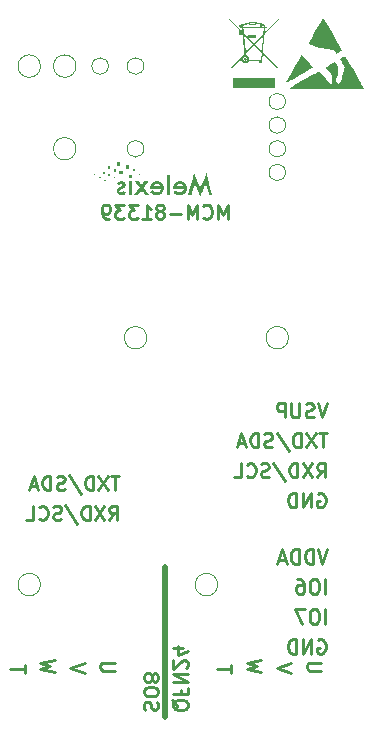
<source format=gbr>
%TF.GenerationSoftware,KiCad,Pcbnew,9.0.4-9.0.4-0~ubuntu24.04.1*%
%TF.CreationDate,2025-09-25T14:42:27+02:00*%
%TF.ProjectId,MCM-81339,4d434d2d-3831-4333-9339-2e6b69636164,rev?*%
%TF.SameCoordinates,Original*%
%TF.FileFunction,Legend,Bot*%
%TF.FilePolarity,Positive*%
%FSLAX46Y46*%
G04 Gerber Fmt 4.6, Leading zero omitted, Abs format (unit mm)*
G04 Created by KiCad (PCBNEW 9.0.4-9.0.4-0~ubuntu24.04.1) date 2025-09-25 14:42:27*
%MOMM*%
%LPD*%
G01*
G04 APERTURE LIST*
%ADD10C,0.500000*%
%ADD11C,0.250000*%
%ADD12C,0.000000*%
%ADD13C,0.010000*%
%ADD14C,0.120000*%
G04 APERTURE END LIST*
D10*
X78500000Y-91500000D02*
X78500000Y-104250000D01*
D11*
X69137857Y-100414098D02*
X67937857Y-100128384D01*
X67937857Y-100128384D02*
X68795000Y-99899812D01*
X68795000Y-99899812D02*
X67937857Y-99671241D01*
X67937857Y-99671241D02*
X69137857Y-99385527D01*
X91421241Y-97699285D02*
X91535527Y-97642142D01*
X91535527Y-97642142D02*
X91706955Y-97642142D01*
X91706955Y-97642142D02*
X91878384Y-97699285D01*
X91878384Y-97699285D02*
X91992669Y-97813571D01*
X91992669Y-97813571D02*
X92049812Y-97927857D01*
X92049812Y-97927857D02*
X92106955Y-98156428D01*
X92106955Y-98156428D02*
X92106955Y-98327857D01*
X92106955Y-98327857D02*
X92049812Y-98556428D01*
X92049812Y-98556428D02*
X91992669Y-98670714D01*
X91992669Y-98670714D02*
X91878384Y-98785000D01*
X91878384Y-98785000D02*
X91706955Y-98842142D01*
X91706955Y-98842142D02*
X91592669Y-98842142D01*
X91592669Y-98842142D02*
X91421241Y-98785000D01*
X91421241Y-98785000D02*
X91364098Y-98727857D01*
X91364098Y-98727857D02*
X91364098Y-98327857D01*
X91364098Y-98327857D02*
X91592669Y-98327857D01*
X90849812Y-98842142D02*
X90849812Y-97642142D01*
X90849812Y-97642142D02*
X90164098Y-98842142D01*
X90164098Y-98842142D02*
X90164098Y-97642142D01*
X89592669Y-98842142D02*
X89592669Y-97642142D01*
X89592669Y-97642142D02*
X89306955Y-97642142D01*
X89306955Y-97642142D02*
X89135526Y-97699285D01*
X89135526Y-97699285D02*
X89021241Y-97813571D01*
X89021241Y-97813571D02*
X88964098Y-97927857D01*
X88964098Y-97927857D02*
X88906955Y-98156428D01*
X88906955Y-98156428D02*
X88906955Y-98327857D01*
X88906955Y-98327857D02*
X88964098Y-98556428D01*
X88964098Y-98556428D02*
X89021241Y-98670714D01*
X89021241Y-98670714D02*
X89135526Y-98785000D01*
X89135526Y-98785000D02*
X89306955Y-98842142D01*
X89306955Y-98842142D02*
X89592669Y-98842142D01*
X74217857Y-100299812D02*
X73246428Y-100299812D01*
X73246428Y-100299812D02*
X73132142Y-100242669D01*
X73132142Y-100242669D02*
X73075000Y-100185527D01*
X73075000Y-100185527D02*
X73017857Y-100071241D01*
X73017857Y-100071241D02*
X73017857Y-99842669D01*
X73017857Y-99842669D02*
X73075000Y-99728384D01*
X73075000Y-99728384D02*
X73132142Y-99671241D01*
X73132142Y-99671241D02*
X73246428Y-99614098D01*
X73246428Y-99614098D02*
X74217857Y-99614098D01*
X71677857Y-100471241D02*
X70477857Y-100071241D01*
X70477857Y-100071241D02*
X71677857Y-99671241D01*
X91717857Y-100299812D02*
X90746428Y-100299812D01*
X90746428Y-100299812D02*
X90632142Y-100242669D01*
X90632142Y-100242669D02*
X90575000Y-100185527D01*
X90575000Y-100185527D02*
X90517857Y-100071241D01*
X90517857Y-100071241D02*
X90517857Y-99842669D01*
X90517857Y-99842669D02*
X90575000Y-99728384D01*
X90575000Y-99728384D02*
X90632142Y-99671241D01*
X90632142Y-99671241D02*
X90746428Y-99614098D01*
X90746428Y-99614098D02*
X91717857Y-99614098D01*
X92049812Y-93762142D02*
X92049812Y-92562142D01*
X91249812Y-92562142D02*
X91021240Y-92562142D01*
X91021240Y-92562142D02*
X90906955Y-92619285D01*
X90906955Y-92619285D02*
X90792669Y-92733571D01*
X90792669Y-92733571D02*
X90735526Y-92962142D01*
X90735526Y-92962142D02*
X90735526Y-93362142D01*
X90735526Y-93362142D02*
X90792669Y-93590714D01*
X90792669Y-93590714D02*
X90906955Y-93705000D01*
X90906955Y-93705000D02*
X91021240Y-93762142D01*
X91021240Y-93762142D02*
X91249812Y-93762142D01*
X91249812Y-93762142D02*
X91364098Y-93705000D01*
X91364098Y-93705000D02*
X91478383Y-93590714D01*
X91478383Y-93590714D02*
X91535526Y-93362142D01*
X91535526Y-93362142D02*
X91535526Y-92962142D01*
X91535526Y-92962142D02*
X91478383Y-92733571D01*
X91478383Y-92733571D02*
X91364098Y-92619285D01*
X91364098Y-92619285D02*
X91249812Y-92562142D01*
X89706955Y-92562142D02*
X89935526Y-92562142D01*
X89935526Y-92562142D02*
X90049812Y-92619285D01*
X90049812Y-92619285D02*
X90106955Y-92676428D01*
X90106955Y-92676428D02*
X90221240Y-92847857D01*
X90221240Y-92847857D02*
X90278383Y-93076428D01*
X90278383Y-93076428D02*
X90278383Y-93533571D01*
X90278383Y-93533571D02*
X90221240Y-93647857D01*
X90221240Y-93647857D02*
X90164097Y-93705000D01*
X90164097Y-93705000D02*
X90049812Y-93762142D01*
X90049812Y-93762142D02*
X89821240Y-93762142D01*
X89821240Y-93762142D02*
X89706955Y-93705000D01*
X89706955Y-93705000D02*
X89649812Y-93647857D01*
X89649812Y-93647857D02*
X89592669Y-93533571D01*
X89592669Y-93533571D02*
X89592669Y-93247857D01*
X89592669Y-93247857D02*
X89649812Y-93133571D01*
X89649812Y-93133571D02*
X89706955Y-93076428D01*
X89706955Y-93076428D02*
X89821240Y-93019285D01*
X89821240Y-93019285D02*
X90049812Y-93019285D01*
X90049812Y-93019285D02*
X90164097Y-93076428D01*
X90164097Y-93076428D02*
X90221240Y-93133571D01*
X90221240Y-93133571D02*
X90278383Y-93247857D01*
X79093571Y-102749812D02*
X79150714Y-102864098D01*
X79150714Y-102864098D02*
X79265000Y-102978384D01*
X79265000Y-102978384D02*
X79436428Y-103149812D01*
X79436428Y-103149812D02*
X79493571Y-103264098D01*
X79493571Y-103264098D02*
X79493571Y-103378384D01*
X79207857Y-103321241D02*
X79265000Y-103435527D01*
X79265000Y-103435527D02*
X79379285Y-103549812D01*
X79379285Y-103549812D02*
X79607857Y-103606955D01*
X79607857Y-103606955D02*
X80007857Y-103606955D01*
X80007857Y-103606955D02*
X80236428Y-103549812D01*
X80236428Y-103549812D02*
X80350714Y-103435527D01*
X80350714Y-103435527D02*
X80407857Y-103321241D01*
X80407857Y-103321241D02*
X80407857Y-103092669D01*
X80407857Y-103092669D02*
X80350714Y-102978384D01*
X80350714Y-102978384D02*
X80236428Y-102864098D01*
X80236428Y-102864098D02*
X80007857Y-102806955D01*
X80007857Y-102806955D02*
X79607857Y-102806955D01*
X79607857Y-102806955D02*
X79379285Y-102864098D01*
X79379285Y-102864098D02*
X79265000Y-102978384D01*
X79265000Y-102978384D02*
X79207857Y-103092669D01*
X79207857Y-103092669D02*
X79207857Y-103321241D01*
X79836428Y-101892669D02*
X79836428Y-102292669D01*
X79207857Y-102292669D02*
X80407857Y-102292669D01*
X80407857Y-102292669D02*
X80407857Y-101721241D01*
X79207857Y-101264098D02*
X80407857Y-101264098D01*
X80407857Y-101264098D02*
X79207857Y-100578384D01*
X79207857Y-100578384D02*
X80407857Y-100578384D01*
X80293571Y-100064098D02*
X80350714Y-100006955D01*
X80350714Y-100006955D02*
X80407857Y-99892670D01*
X80407857Y-99892670D02*
X80407857Y-99606955D01*
X80407857Y-99606955D02*
X80350714Y-99492670D01*
X80350714Y-99492670D02*
X80293571Y-99435527D01*
X80293571Y-99435527D02*
X80179285Y-99378384D01*
X80179285Y-99378384D02*
X80065000Y-99378384D01*
X80065000Y-99378384D02*
X79893571Y-99435527D01*
X79893571Y-99435527D02*
X79207857Y-100121241D01*
X79207857Y-100121241D02*
X79207857Y-99378384D01*
X80007857Y-98349813D02*
X79207857Y-98349813D01*
X80465000Y-98635527D02*
X79607857Y-98921241D01*
X79607857Y-98921241D02*
X79607857Y-98178384D01*
X92221241Y-90022142D02*
X91821241Y-91222142D01*
X91821241Y-91222142D02*
X91421241Y-90022142D01*
X91021241Y-91222142D02*
X91021241Y-90022142D01*
X91021241Y-90022142D02*
X90735527Y-90022142D01*
X90735527Y-90022142D02*
X90564098Y-90079285D01*
X90564098Y-90079285D02*
X90449813Y-90193571D01*
X90449813Y-90193571D02*
X90392670Y-90307857D01*
X90392670Y-90307857D02*
X90335527Y-90536428D01*
X90335527Y-90536428D02*
X90335527Y-90707857D01*
X90335527Y-90707857D02*
X90392670Y-90936428D01*
X90392670Y-90936428D02*
X90449813Y-91050714D01*
X90449813Y-91050714D02*
X90564098Y-91165000D01*
X90564098Y-91165000D02*
X90735527Y-91222142D01*
X90735527Y-91222142D02*
X91021241Y-91222142D01*
X89821241Y-91222142D02*
X89821241Y-90022142D01*
X89821241Y-90022142D02*
X89535527Y-90022142D01*
X89535527Y-90022142D02*
X89364098Y-90079285D01*
X89364098Y-90079285D02*
X89249813Y-90193571D01*
X89249813Y-90193571D02*
X89192670Y-90307857D01*
X89192670Y-90307857D02*
X89135527Y-90536428D01*
X89135527Y-90536428D02*
X89135527Y-90707857D01*
X89135527Y-90707857D02*
X89192670Y-90936428D01*
X89192670Y-90936428D02*
X89249813Y-91050714D01*
X89249813Y-91050714D02*
X89364098Y-91165000D01*
X89364098Y-91165000D02*
X89535527Y-91222142D01*
X89535527Y-91222142D02*
X89821241Y-91222142D01*
X88678384Y-90879285D02*
X88106956Y-90879285D01*
X88792670Y-91222142D02*
X88392670Y-90022142D01*
X88392670Y-90022142D02*
X87992670Y-91222142D01*
X66597857Y-100471241D02*
X66597857Y-99785527D01*
X65397857Y-100128384D02*
X66597857Y-100128384D01*
X92221241Y-77642142D02*
X91821241Y-78842142D01*
X91821241Y-78842142D02*
X91421241Y-77642142D01*
X91078384Y-78785000D02*
X90906956Y-78842142D01*
X90906956Y-78842142D02*
X90621241Y-78842142D01*
X90621241Y-78842142D02*
X90506956Y-78785000D01*
X90506956Y-78785000D02*
X90449813Y-78727857D01*
X90449813Y-78727857D02*
X90392670Y-78613571D01*
X90392670Y-78613571D02*
X90392670Y-78499285D01*
X90392670Y-78499285D02*
X90449813Y-78385000D01*
X90449813Y-78385000D02*
X90506956Y-78327857D01*
X90506956Y-78327857D02*
X90621241Y-78270714D01*
X90621241Y-78270714D02*
X90849813Y-78213571D01*
X90849813Y-78213571D02*
X90964098Y-78156428D01*
X90964098Y-78156428D02*
X91021241Y-78099285D01*
X91021241Y-78099285D02*
X91078384Y-77985000D01*
X91078384Y-77985000D02*
X91078384Y-77870714D01*
X91078384Y-77870714D02*
X91021241Y-77756428D01*
X91021241Y-77756428D02*
X90964098Y-77699285D01*
X90964098Y-77699285D02*
X90849813Y-77642142D01*
X90849813Y-77642142D02*
X90564098Y-77642142D01*
X90564098Y-77642142D02*
X90392670Y-77699285D01*
X89878384Y-77642142D02*
X89878384Y-78613571D01*
X89878384Y-78613571D02*
X89821241Y-78727857D01*
X89821241Y-78727857D02*
X89764099Y-78785000D01*
X89764099Y-78785000D02*
X89649813Y-78842142D01*
X89649813Y-78842142D02*
X89421241Y-78842142D01*
X89421241Y-78842142D02*
X89306956Y-78785000D01*
X89306956Y-78785000D02*
X89249813Y-78727857D01*
X89249813Y-78727857D02*
X89192670Y-78613571D01*
X89192670Y-78613571D02*
X89192670Y-77642142D01*
X88621241Y-78842142D02*
X88621241Y-77642142D01*
X88621241Y-77642142D02*
X88164098Y-77642142D01*
X88164098Y-77642142D02*
X88049813Y-77699285D01*
X88049813Y-77699285D02*
X87992670Y-77756428D01*
X87992670Y-77756428D02*
X87935527Y-77870714D01*
X87935527Y-77870714D02*
X87935527Y-78042142D01*
X87935527Y-78042142D02*
X87992670Y-78156428D01*
X87992670Y-78156428D02*
X88049813Y-78213571D01*
X88049813Y-78213571D02*
X88164098Y-78270714D01*
X88164098Y-78270714D02*
X88621241Y-78270714D01*
X92049812Y-96302142D02*
X92049812Y-95102142D01*
X91249812Y-95102142D02*
X91021240Y-95102142D01*
X91021240Y-95102142D02*
X90906955Y-95159285D01*
X90906955Y-95159285D02*
X90792669Y-95273571D01*
X90792669Y-95273571D02*
X90735526Y-95502142D01*
X90735526Y-95502142D02*
X90735526Y-95902142D01*
X90735526Y-95902142D02*
X90792669Y-96130714D01*
X90792669Y-96130714D02*
X90906955Y-96245000D01*
X90906955Y-96245000D02*
X91021240Y-96302142D01*
X91021240Y-96302142D02*
X91249812Y-96302142D01*
X91249812Y-96302142D02*
X91364098Y-96245000D01*
X91364098Y-96245000D02*
X91478383Y-96130714D01*
X91478383Y-96130714D02*
X91535526Y-95902142D01*
X91535526Y-95902142D02*
X91535526Y-95502142D01*
X91535526Y-95502142D02*
X91478383Y-95273571D01*
X91478383Y-95273571D02*
X91364098Y-95159285D01*
X91364098Y-95159285D02*
X91249812Y-95102142D01*
X90335526Y-95102142D02*
X89535526Y-95102142D01*
X89535526Y-95102142D02*
X90049812Y-96302142D01*
X76765000Y-103606955D02*
X76707857Y-103435527D01*
X76707857Y-103435527D02*
X76707857Y-103149812D01*
X76707857Y-103149812D02*
X76765000Y-103035527D01*
X76765000Y-103035527D02*
X76822142Y-102978384D01*
X76822142Y-102978384D02*
X76936428Y-102921241D01*
X76936428Y-102921241D02*
X77050714Y-102921241D01*
X77050714Y-102921241D02*
X77165000Y-102978384D01*
X77165000Y-102978384D02*
X77222142Y-103035527D01*
X77222142Y-103035527D02*
X77279285Y-103149812D01*
X77279285Y-103149812D02*
X77336428Y-103378384D01*
X77336428Y-103378384D02*
X77393571Y-103492669D01*
X77393571Y-103492669D02*
X77450714Y-103549812D01*
X77450714Y-103549812D02*
X77565000Y-103606955D01*
X77565000Y-103606955D02*
X77679285Y-103606955D01*
X77679285Y-103606955D02*
X77793571Y-103549812D01*
X77793571Y-103549812D02*
X77850714Y-103492669D01*
X77850714Y-103492669D02*
X77907857Y-103378384D01*
X77907857Y-103378384D02*
X77907857Y-103092669D01*
X77907857Y-103092669D02*
X77850714Y-102921241D01*
X77907857Y-102178384D02*
X77907857Y-101949812D01*
X77907857Y-101949812D02*
X77850714Y-101835527D01*
X77850714Y-101835527D02*
X77736428Y-101721241D01*
X77736428Y-101721241D02*
X77507857Y-101664098D01*
X77507857Y-101664098D02*
X77107857Y-101664098D01*
X77107857Y-101664098D02*
X76879285Y-101721241D01*
X76879285Y-101721241D02*
X76765000Y-101835527D01*
X76765000Y-101835527D02*
X76707857Y-101949812D01*
X76707857Y-101949812D02*
X76707857Y-102178384D01*
X76707857Y-102178384D02*
X76765000Y-102292670D01*
X76765000Y-102292670D02*
X76879285Y-102406955D01*
X76879285Y-102406955D02*
X77107857Y-102464098D01*
X77107857Y-102464098D02*
X77507857Y-102464098D01*
X77507857Y-102464098D02*
X77736428Y-102406955D01*
X77736428Y-102406955D02*
X77850714Y-102292670D01*
X77850714Y-102292670D02*
X77907857Y-102178384D01*
X77393571Y-100978384D02*
X77450714Y-101092669D01*
X77450714Y-101092669D02*
X77507857Y-101149812D01*
X77507857Y-101149812D02*
X77622142Y-101206955D01*
X77622142Y-101206955D02*
X77679285Y-101206955D01*
X77679285Y-101206955D02*
X77793571Y-101149812D01*
X77793571Y-101149812D02*
X77850714Y-101092669D01*
X77850714Y-101092669D02*
X77907857Y-100978384D01*
X77907857Y-100978384D02*
X77907857Y-100749812D01*
X77907857Y-100749812D02*
X77850714Y-100635527D01*
X77850714Y-100635527D02*
X77793571Y-100578384D01*
X77793571Y-100578384D02*
X77679285Y-100521241D01*
X77679285Y-100521241D02*
X77622142Y-100521241D01*
X77622142Y-100521241D02*
X77507857Y-100578384D01*
X77507857Y-100578384D02*
X77450714Y-100635527D01*
X77450714Y-100635527D02*
X77393571Y-100749812D01*
X77393571Y-100749812D02*
X77393571Y-100978384D01*
X77393571Y-100978384D02*
X77336428Y-101092669D01*
X77336428Y-101092669D02*
X77279285Y-101149812D01*
X77279285Y-101149812D02*
X77165000Y-101206955D01*
X77165000Y-101206955D02*
X76936428Y-101206955D01*
X76936428Y-101206955D02*
X76822142Y-101149812D01*
X76822142Y-101149812D02*
X76765000Y-101092669D01*
X76765000Y-101092669D02*
X76707857Y-100978384D01*
X76707857Y-100978384D02*
X76707857Y-100749812D01*
X76707857Y-100749812D02*
X76765000Y-100635527D01*
X76765000Y-100635527D02*
X76822142Y-100578384D01*
X76822142Y-100578384D02*
X76936428Y-100521241D01*
X76936428Y-100521241D02*
X77165000Y-100521241D01*
X77165000Y-100521241D02*
X77279285Y-100578384D01*
X77279285Y-100578384D02*
X77336428Y-100635527D01*
X77336428Y-100635527D02*
X77393571Y-100749812D01*
X83785713Y-62042142D02*
X83785713Y-60842142D01*
X83785713Y-60842142D02*
X83385713Y-61699285D01*
X83385713Y-61699285D02*
X82985713Y-60842142D01*
X82985713Y-60842142D02*
X82985713Y-62042142D01*
X81728570Y-61927857D02*
X81785713Y-61985000D01*
X81785713Y-61985000D02*
X81957141Y-62042142D01*
X81957141Y-62042142D02*
X82071427Y-62042142D01*
X82071427Y-62042142D02*
X82242856Y-61985000D01*
X82242856Y-61985000D02*
X82357141Y-61870714D01*
X82357141Y-61870714D02*
X82414284Y-61756428D01*
X82414284Y-61756428D02*
X82471427Y-61527857D01*
X82471427Y-61527857D02*
X82471427Y-61356428D01*
X82471427Y-61356428D02*
X82414284Y-61127857D01*
X82414284Y-61127857D02*
X82357141Y-61013571D01*
X82357141Y-61013571D02*
X82242856Y-60899285D01*
X82242856Y-60899285D02*
X82071427Y-60842142D01*
X82071427Y-60842142D02*
X81957141Y-60842142D01*
X81957141Y-60842142D02*
X81785713Y-60899285D01*
X81785713Y-60899285D02*
X81728570Y-60956428D01*
X81214284Y-62042142D02*
X81214284Y-60842142D01*
X81214284Y-60842142D02*
X80814284Y-61699285D01*
X80814284Y-61699285D02*
X80414284Y-60842142D01*
X80414284Y-60842142D02*
X80414284Y-62042142D01*
X79842855Y-61585000D02*
X78928570Y-61585000D01*
X78185713Y-61356428D02*
X78299998Y-61299285D01*
X78299998Y-61299285D02*
X78357141Y-61242142D01*
X78357141Y-61242142D02*
X78414284Y-61127857D01*
X78414284Y-61127857D02*
X78414284Y-61070714D01*
X78414284Y-61070714D02*
X78357141Y-60956428D01*
X78357141Y-60956428D02*
X78299998Y-60899285D01*
X78299998Y-60899285D02*
X78185713Y-60842142D01*
X78185713Y-60842142D02*
X77957141Y-60842142D01*
X77957141Y-60842142D02*
X77842856Y-60899285D01*
X77842856Y-60899285D02*
X77785713Y-60956428D01*
X77785713Y-60956428D02*
X77728570Y-61070714D01*
X77728570Y-61070714D02*
X77728570Y-61127857D01*
X77728570Y-61127857D02*
X77785713Y-61242142D01*
X77785713Y-61242142D02*
X77842856Y-61299285D01*
X77842856Y-61299285D02*
X77957141Y-61356428D01*
X77957141Y-61356428D02*
X78185713Y-61356428D01*
X78185713Y-61356428D02*
X78299998Y-61413571D01*
X78299998Y-61413571D02*
X78357141Y-61470714D01*
X78357141Y-61470714D02*
X78414284Y-61585000D01*
X78414284Y-61585000D02*
X78414284Y-61813571D01*
X78414284Y-61813571D02*
X78357141Y-61927857D01*
X78357141Y-61927857D02*
X78299998Y-61985000D01*
X78299998Y-61985000D02*
X78185713Y-62042142D01*
X78185713Y-62042142D02*
X77957141Y-62042142D01*
X77957141Y-62042142D02*
X77842856Y-61985000D01*
X77842856Y-61985000D02*
X77785713Y-61927857D01*
X77785713Y-61927857D02*
X77728570Y-61813571D01*
X77728570Y-61813571D02*
X77728570Y-61585000D01*
X77728570Y-61585000D02*
X77785713Y-61470714D01*
X77785713Y-61470714D02*
X77842856Y-61413571D01*
X77842856Y-61413571D02*
X77957141Y-61356428D01*
X76585713Y-62042142D02*
X77271427Y-62042142D01*
X76928570Y-62042142D02*
X76928570Y-60842142D01*
X76928570Y-60842142D02*
X77042856Y-61013571D01*
X77042856Y-61013571D02*
X77157141Y-61127857D01*
X77157141Y-61127857D02*
X77271427Y-61185000D01*
X76185713Y-60842142D02*
X75442856Y-60842142D01*
X75442856Y-60842142D02*
X75842856Y-61299285D01*
X75842856Y-61299285D02*
X75671427Y-61299285D01*
X75671427Y-61299285D02*
X75557142Y-61356428D01*
X75557142Y-61356428D02*
X75499999Y-61413571D01*
X75499999Y-61413571D02*
X75442856Y-61527857D01*
X75442856Y-61527857D02*
X75442856Y-61813571D01*
X75442856Y-61813571D02*
X75499999Y-61927857D01*
X75499999Y-61927857D02*
X75557142Y-61985000D01*
X75557142Y-61985000D02*
X75671427Y-62042142D01*
X75671427Y-62042142D02*
X76014284Y-62042142D01*
X76014284Y-62042142D02*
X76128570Y-61985000D01*
X76128570Y-61985000D02*
X76185713Y-61927857D01*
X75042856Y-60842142D02*
X74299999Y-60842142D01*
X74299999Y-60842142D02*
X74699999Y-61299285D01*
X74699999Y-61299285D02*
X74528570Y-61299285D01*
X74528570Y-61299285D02*
X74414285Y-61356428D01*
X74414285Y-61356428D02*
X74357142Y-61413571D01*
X74357142Y-61413571D02*
X74299999Y-61527857D01*
X74299999Y-61527857D02*
X74299999Y-61813571D01*
X74299999Y-61813571D02*
X74357142Y-61927857D01*
X74357142Y-61927857D02*
X74414285Y-61985000D01*
X74414285Y-61985000D02*
X74528570Y-62042142D01*
X74528570Y-62042142D02*
X74871427Y-62042142D01*
X74871427Y-62042142D02*
X74985713Y-61985000D01*
X74985713Y-61985000D02*
X75042856Y-61927857D01*
X73728570Y-62042142D02*
X73499999Y-62042142D01*
X73499999Y-62042142D02*
X73385713Y-61985000D01*
X73385713Y-61985000D02*
X73328570Y-61927857D01*
X73328570Y-61927857D02*
X73214285Y-61756428D01*
X73214285Y-61756428D02*
X73157142Y-61527857D01*
X73157142Y-61527857D02*
X73157142Y-61070714D01*
X73157142Y-61070714D02*
X73214285Y-60956428D01*
X73214285Y-60956428D02*
X73271428Y-60899285D01*
X73271428Y-60899285D02*
X73385713Y-60842142D01*
X73385713Y-60842142D02*
X73614285Y-60842142D01*
X73614285Y-60842142D02*
X73728570Y-60899285D01*
X73728570Y-60899285D02*
X73785713Y-60956428D01*
X73785713Y-60956428D02*
X73842856Y-61070714D01*
X73842856Y-61070714D02*
X73842856Y-61356428D01*
X73842856Y-61356428D02*
X73785713Y-61470714D01*
X73785713Y-61470714D02*
X73728570Y-61527857D01*
X73728570Y-61527857D02*
X73614285Y-61585000D01*
X73614285Y-61585000D02*
X73385713Y-61585000D01*
X73385713Y-61585000D02*
X73271428Y-61527857D01*
X73271428Y-61527857D02*
X73214285Y-61470714D01*
X73214285Y-61470714D02*
X73157142Y-61356428D01*
X92221241Y-80182142D02*
X91535527Y-80182142D01*
X91878384Y-81382142D02*
X91878384Y-80182142D01*
X91249812Y-80182142D02*
X90449812Y-81382142D01*
X90449812Y-80182142D02*
X91249812Y-81382142D01*
X89992669Y-81382142D02*
X89992669Y-80182142D01*
X89992669Y-80182142D02*
X89706955Y-80182142D01*
X89706955Y-80182142D02*
X89535526Y-80239285D01*
X89535526Y-80239285D02*
X89421241Y-80353571D01*
X89421241Y-80353571D02*
X89364098Y-80467857D01*
X89364098Y-80467857D02*
X89306955Y-80696428D01*
X89306955Y-80696428D02*
X89306955Y-80867857D01*
X89306955Y-80867857D02*
X89364098Y-81096428D01*
X89364098Y-81096428D02*
X89421241Y-81210714D01*
X89421241Y-81210714D02*
X89535526Y-81325000D01*
X89535526Y-81325000D02*
X89706955Y-81382142D01*
X89706955Y-81382142D02*
X89992669Y-81382142D01*
X87935526Y-80125000D02*
X88964098Y-81667857D01*
X87592669Y-81325000D02*
X87421241Y-81382142D01*
X87421241Y-81382142D02*
X87135526Y-81382142D01*
X87135526Y-81382142D02*
X87021241Y-81325000D01*
X87021241Y-81325000D02*
X86964098Y-81267857D01*
X86964098Y-81267857D02*
X86906955Y-81153571D01*
X86906955Y-81153571D02*
X86906955Y-81039285D01*
X86906955Y-81039285D02*
X86964098Y-80925000D01*
X86964098Y-80925000D02*
X87021241Y-80867857D01*
X87021241Y-80867857D02*
X87135526Y-80810714D01*
X87135526Y-80810714D02*
X87364098Y-80753571D01*
X87364098Y-80753571D02*
X87478383Y-80696428D01*
X87478383Y-80696428D02*
X87535526Y-80639285D01*
X87535526Y-80639285D02*
X87592669Y-80525000D01*
X87592669Y-80525000D02*
X87592669Y-80410714D01*
X87592669Y-80410714D02*
X87535526Y-80296428D01*
X87535526Y-80296428D02*
X87478383Y-80239285D01*
X87478383Y-80239285D02*
X87364098Y-80182142D01*
X87364098Y-80182142D02*
X87078383Y-80182142D01*
X87078383Y-80182142D02*
X86906955Y-80239285D01*
X86392669Y-81382142D02*
X86392669Y-80182142D01*
X86392669Y-80182142D02*
X86106955Y-80182142D01*
X86106955Y-80182142D02*
X85935526Y-80239285D01*
X85935526Y-80239285D02*
X85821241Y-80353571D01*
X85821241Y-80353571D02*
X85764098Y-80467857D01*
X85764098Y-80467857D02*
X85706955Y-80696428D01*
X85706955Y-80696428D02*
X85706955Y-80867857D01*
X85706955Y-80867857D02*
X85764098Y-81096428D01*
X85764098Y-81096428D02*
X85821241Y-81210714D01*
X85821241Y-81210714D02*
X85935526Y-81325000D01*
X85935526Y-81325000D02*
X86106955Y-81382142D01*
X86106955Y-81382142D02*
X86392669Y-81382142D01*
X85249812Y-81039285D02*
X84678384Y-81039285D01*
X85364098Y-81382142D02*
X84964098Y-80182142D01*
X84964098Y-80182142D02*
X84564098Y-81382142D01*
X91364098Y-83922142D02*
X91764098Y-83350714D01*
X92049812Y-83922142D02*
X92049812Y-82722142D01*
X92049812Y-82722142D02*
X91592669Y-82722142D01*
X91592669Y-82722142D02*
X91478384Y-82779285D01*
X91478384Y-82779285D02*
X91421241Y-82836428D01*
X91421241Y-82836428D02*
X91364098Y-82950714D01*
X91364098Y-82950714D02*
X91364098Y-83122142D01*
X91364098Y-83122142D02*
X91421241Y-83236428D01*
X91421241Y-83236428D02*
X91478384Y-83293571D01*
X91478384Y-83293571D02*
X91592669Y-83350714D01*
X91592669Y-83350714D02*
X92049812Y-83350714D01*
X90964098Y-82722142D02*
X90164098Y-83922142D01*
X90164098Y-82722142D02*
X90964098Y-83922142D01*
X89706955Y-83922142D02*
X89706955Y-82722142D01*
X89706955Y-82722142D02*
X89421241Y-82722142D01*
X89421241Y-82722142D02*
X89249812Y-82779285D01*
X89249812Y-82779285D02*
X89135527Y-82893571D01*
X89135527Y-82893571D02*
X89078384Y-83007857D01*
X89078384Y-83007857D02*
X89021241Y-83236428D01*
X89021241Y-83236428D02*
X89021241Y-83407857D01*
X89021241Y-83407857D02*
X89078384Y-83636428D01*
X89078384Y-83636428D02*
X89135527Y-83750714D01*
X89135527Y-83750714D02*
X89249812Y-83865000D01*
X89249812Y-83865000D02*
X89421241Y-83922142D01*
X89421241Y-83922142D02*
X89706955Y-83922142D01*
X87649812Y-82665000D02*
X88678384Y-84207857D01*
X87306955Y-83865000D02*
X87135527Y-83922142D01*
X87135527Y-83922142D02*
X86849812Y-83922142D01*
X86849812Y-83922142D02*
X86735527Y-83865000D01*
X86735527Y-83865000D02*
X86678384Y-83807857D01*
X86678384Y-83807857D02*
X86621241Y-83693571D01*
X86621241Y-83693571D02*
X86621241Y-83579285D01*
X86621241Y-83579285D02*
X86678384Y-83465000D01*
X86678384Y-83465000D02*
X86735527Y-83407857D01*
X86735527Y-83407857D02*
X86849812Y-83350714D01*
X86849812Y-83350714D02*
X87078384Y-83293571D01*
X87078384Y-83293571D02*
X87192669Y-83236428D01*
X87192669Y-83236428D02*
X87249812Y-83179285D01*
X87249812Y-83179285D02*
X87306955Y-83065000D01*
X87306955Y-83065000D02*
X87306955Y-82950714D01*
X87306955Y-82950714D02*
X87249812Y-82836428D01*
X87249812Y-82836428D02*
X87192669Y-82779285D01*
X87192669Y-82779285D02*
X87078384Y-82722142D01*
X87078384Y-82722142D02*
X86792669Y-82722142D01*
X86792669Y-82722142D02*
X86621241Y-82779285D01*
X85421241Y-83807857D02*
X85478384Y-83865000D01*
X85478384Y-83865000D02*
X85649812Y-83922142D01*
X85649812Y-83922142D02*
X85764098Y-83922142D01*
X85764098Y-83922142D02*
X85935527Y-83865000D01*
X85935527Y-83865000D02*
X86049812Y-83750714D01*
X86049812Y-83750714D02*
X86106955Y-83636428D01*
X86106955Y-83636428D02*
X86164098Y-83407857D01*
X86164098Y-83407857D02*
X86164098Y-83236428D01*
X86164098Y-83236428D02*
X86106955Y-83007857D01*
X86106955Y-83007857D02*
X86049812Y-82893571D01*
X86049812Y-82893571D02*
X85935527Y-82779285D01*
X85935527Y-82779285D02*
X85764098Y-82722142D01*
X85764098Y-82722142D02*
X85649812Y-82722142D01*
X85649812Y-82722142D02*
X85478384Y-82779285D01*
X85478384Y-82779285D02*
X85421241Y-82836428D01*
X84335527Y-83922142D02*
X84906955Y-83922142D01*
X84906955Y-83922142D02*
X84906955Y-82722142D01*
X91421241Y-85319285D02*
X91535527Y-85262142D01*
X91535527Y-85262142D02*
X91706955Y-85262142D01*
X91706955Y-85262142D02*
X91878384Y-85319285D01*
X91878384Y-85319285D02*
X91992669Y-85433571D01*
X91992669Y-85433571D02*
X92049812Y-85547857D01*
X92049812Y-85547857D02*
X92106955Y-85776428D01*
X92106955Y-85776428D02*
X92106955Y-85947857D01*
X92106955Y-85947857D02*
X92049812Y-86176428D01*
X92049812Y-86176428D02*
X91992669Y-86290714D01*
X91992669Y-86290714D02*
X91878384Y-86405000D01*
X91878384Y-86405000D02*
X91706955Y-86462142D01*
X91706955Y-86462142D02*
X91592669Y-86462142D01*
X91592669Y-86462142D02*
X91421241Y-86405000D01*
X91421241Y-86405000D02*
X91364098Y-86347857D01*
X91364098Y-86347857D02*
X91364098Y-85947857D01*
X91364098Y-85947857D02*
X91592669Y-85947857D01*
X90849812Y-86462142D02*
X90849812Y-85262142D01*
X90849812Y-85262142D02*
X90164098Y-86462142D01*
X90164098Y-86462142D02*
X90164098Y-85262142D01*
X89592669Y-86462142D02*
X89592669Y-85262142D01*
X89592669Y-85262142D02*
X89306955Y-85262142D01*
X89306955Y-85262142D02*
X89135526Y-85319285D01*
X89135526Y-85319285D02*
X89021241Y-85433571D01*
X89021241Y-85433571D02*
X88964098Y-85547857D01*
X88964098Y-85547857D02*
X88906955Y-85776428D01*
X88906955Y-85776428D02*
X88906955Y-85947857D01*
X88906955Y-85947857D02*
X88964098Y-86176428D01*
X88964098Y-86176428D02*
X89021241Y-86290714D01*
X89021241Y-86290714D02*
X89135526Y-86405000D01*
X89135526Y-86405000D02*
X89306955Y-86462142D01*
X89306955Y-86462142D02*
X89592669Y-86462142D01*
X73764098Y-87542142D02*
X74164098Y-86970714D01*
X74449812Y-87542142D02*
X74449812Y-86342142D01*
X74449812Y-86342142D02*
X73992669Y-86342142D01*
X73992669Y-86342142D02*
X73878384Y-86399285D01*
X73878384Y-86399285D02*
X73821241Y-86456428D01*
X73821241Y-86456428D02*
X73764098Y-86570714D01*
X73764098Y-86570714D02*
X73764098Y-86742142D01*
X73764098Y-86742142D02*
X73821241Y-86856428D01*
X73821241Y-86856428D02*
X73878384Y-86913571D01*
X73878384Y-86913571D02*
X73992669Y-86970714D01*
X73992669Y-86970714D02*
X74449812Y-86970714D01*
X73364098Y-86342142D02*
X72564098Y-87542142D01*
X72564098Y-86342142D02*
X73364098Y-87542142D01*
X72106955Y-87542142D02*
X72106955Y-86342142D01*
X72106955Y-86342142D02*
X71821241Y-86342142D01*
X71821241Y-86342142D02*
X71649812Y-86399285D01*
X71649812Y-86399285D02*
X71535527Y-86513571D01*
X71535527Y-86513571D02*
X71478384Y-86627857D01*
X71478384Y-86627857D02*
X71421241Y-86856428D01*
X71421241Y-86856428D02*
X71421241Y-87027857D01*
X71421241Y-87027857D02*
X71478384Y-87256428D01*
X71478384Y-87256428D02*
X71535527Y-87370714D01*
X71535527Y-87370714D02*
X71649812Y-87485000D01*
X71649812Y-87485000D02*
X71821241Y-87542142D01*
X71821241Y-87542142D02*
X72106955Y-87542142D01*
X70049812Y-86285000D02*
X71078384Y-87827857D01*
X69706955Y-87485000D02*
X69535527Y-87542142D01*
X69535527Y-87542142D02*
X69249812Y-87542142D01*
X69249812Y-87542142D02*
X69135527Y-87485000D01*
X69135527Y-87485000D02*
X69078384Y-87427857D01*
X69078384Y-87427857D02*
X69021241Y-87313571D01*
X69021241Y-87313571D02*
X69021241Y-87199285D01*
X69021241Y-87199285D02*
X69078384Y-87085000D01*
X69078384Y-87085000D02*
X69135527Y-87027857D01*
X69135527Y-87027857D02*
X69249812Y-86970714D01*
X69249812Y-86970714D02*
X69478384Y-86913571D01*
X69478384Y-86913571D02*
X69592669Y-86856428D01*
X69592669Y-86856428D02*
X69649812Y-86799285D01*
X69649812Y-86799285D02*
X69706955Y-86685000D01*
X69706955Y-86685000D02*
X69706955Y-86570714D01*
X69706955Y-86570714D02*
X69649812Y-86456428D01*
X69649812Y-86456428D02*
X69592669Y-86399285D01*
X69592669Y-86399285D02*
X69478384Y-86342142D01*
X69478384Y-86342142D02*
X69192669Y-86342142D01*
X69192669Y-86342142D02*
X69021241Y-86399285D01*
X67821241Y-87427857D02*
X67878384Y-87485000D01*
X67878384Y-87485000D02*
X68049812Y-87542142D01*
X68049812Y-87542142D02*
X68164098Y-87542142D01*
X68164098Y-87542142D02*
X68335527Y-87485000D01*
X68335527Y-87485000D02*
X68449812Y-87370714D01*
X68449812Y-87370714D02*
X68506955Y-87256428D01*
X68506955Y-87256428D02*
X68564098Y-87027857D01*
X68564098Y-87027857D02*
X68564098Y-86856428D01*
X68564098Y-86856428D02*
X68506955Y-86627857D01*
X68506955Y-86627857D02*
X68449812Y-86513571D01*
X68449812Y-86513571D02*
X68335527Y-86399285D01*
X68335527Y-86399285D02*
X68164098Y-86342142D01*
X68164098Y-86342142D02*
X68049812Y-86342142D01*
X68049812Y-86342142D02*
X67878384Y-86399285D01*
X67878384Y-86399285D02*
X67821241Y-86456428D01*
X66735527Y-87542142D02*
X67306955Y-87542142D01*
X67306955Y-87542142D02*
X67306955Y-86342142D01*
X89177857Y-100471241D02*
X87977857Y-100071241D01*
X87977857Y-100071241D02*
X89177857Y-99671241D01*
X86637857Y-100414098D02*
X85437857Y-100128384D01*
X85437857Y-100128384D02*
X86295000Y-99899812D01*
X86295000Y-99899812D02*
X85437857Y-99671241D01*
X85437857Y-99671241D02*
X86637857Y-99385527D01*
X84097857Y-100471241D02*
X84097857Y-99785527D01*
X82897857Y-100128384D02*
X84097857Y-100128384D01*
X74621241Y-83802142D02*
X73935527Y-83802142D01*
X74278384Y-85002142D02*
X74278384Y-83802142D01*
X73649812Y-83802142D02*
X72849812Y-85002142D01*
X72849812Y-83802142D02*
X73649812Y-85002142D01*
X72392669Y-85002142D02*
X72392669Y-83802142D01*
X72392669Y-83802142D02*
X72106955Y-83802142D01*
X72106955Y-83802142D02*
X71935526Y-83859285D01*
X71935526Y-83859285D02*
X71821241Y-83973571D01*
X71821241Y-83973571D02*
X71764098Y-84087857D01*
X71764098Y-84087857D02*
X71706955Y-84316428D01*
X71706955Y-84316428D02*
X71706955Y-84487857D01*
X71706955Y-84487857D02*
X71764098Y-84716428D01*
X71764098Y-84716428D02*
X71821241Y-84830714D01*
X71821241Y-84830714D02*
X71935526Y-84945000D01*
X71935526Y-84945000D02*
X72106955Y-85002142D01*
X72106955Y-85002142D02*
X72392669Y-85002142D01*
X70335526Y-83745000D02*
X71364098Y-85287857D01*
X69992669Y-84945000D02*
X69821241Y-85002142D01*
X69821241Y-85002142D02*
X69535526Y-85002142D01*
X69535526Y-85002142D02*
X69421241Y-84945000D01*
X69421241Y-84945000D02*
X69364098Y-84887857D01*
X69364098Y-84887857D02*
X69306955Y-84773571D01*
X69306955Y-84773571D02*
X69306955Y-84659285D01*
X69306955Y-84659285D02*
X69364098Y-84545000D01*
X69364098Y-84545000D02*
X69421241Y-84487857D01*
X69421241Y-84487857D02*
X69535526Y-84430714D01*
X69535526Y-84430714D02*
X69764098Y-84373571D01*
X69764098Y-84373571D02*
X69878383Y-84316428D01*
X69878383Y-84316428D02*
X69935526Y-84259285D01*
X69935526Y-84259285D02*
X69992669Y-84145000D01*
X69992669Y-84145000D02*
X69992669Y-84030714D01*
X69992669Y-84030714D02*
X69935526Y-83916428D01*
X69935526Y-83916428D02*
X69878383Y-83859285D01*
X69878383Y-83859285D02*
X69764098Y-83802142D01*
X69764098Y-83802142D02*
X69478383Y-83802142D01*
X69478383Y-83802142D02*
X69306955Y-83859285D01*
X68792669Y-85002142D02*
X68792669Y-83802142D01*
X68792669Y-83802142D02*
X68506955Y-83802142D01*
X68506955Y-83802142D02*
X68335526Y-83859285D01*
X68335526Y-83859285D02*
X68221241Y-83973571D01*
X68221241Y-83973571D02*
X68164098Y-84087857D01*
X68164098Y-84087857D02*
X68106955Y-84316428D01*
X68106955Y-84316428D02*
X68106955Y-84487857D01*
X68106955Y-84487857D02*
X68164098Y-84716428D01*
X68164098Y-84716428D02*
X68221241Y-84830714D01*
X68221241Y-84830714D02*
X68335526Y-84945000D01*
X68335526Y-84945000D02*
X68506955Y-85002142D01*
X68506955Y-85002142D02*
X68792669Y-85002142D01*
X67649812Y-84659285D02*
X67078384Y-84659285D01*
X67764098Y-85002142D02*
X67364098Y-83802142D01*
X67364098Y-83802142D02*
X66964098Y-85002142D01*
D12*
%TO.C,REF\u002A\u002A*%
G36*
X87766223Y-50992414D02*
G01*
X84270661Y-50992414D01*
X84270661Y-50141218D01*
X87766223Y-50141218D01*
X87766223Y-50992414D01*
G37*
G36*
X85302185Y-48410495D02*
G01*
X85308145Y-48410949D01*
X85314019Y-48411695D01*
X85319799Y-48412727D01*
X85325477Y-48414038D01*
X85331047Y-48415620D01*
X85336500Y-48417465D01*
X85341830Y-48419567D01*
X85347030Y-48421917D01*
X85352090Y-48424510D01*
X85357006Y-48427336D01*
X85361768Y-48430389D01*
X85366370Y-48433661D01*
X85370804Y-48437146D01*
X85375063Y-48440835D01*
X85379139Y-48444722D01*
X85383025Y-48448798D01*
X85386715Y-48453057D01*
X85390199Y-48457491D01*
X85393472Y-48462093D01*
X85396525Y-48466855D01*
X85399351Y-48471770D01*
X85401943Y-48476831D01*
X85404294Y-48482030D01*
X85406395Y-48487360D01*
X85408241Y-48492814D01*
X85409822Y-48498383D01*
X85411133Y-48504062D01*
X85412165Y-48509841D01*
X85412912Y-48515715D01*
X85413365Y-48521676D01*
X85413518Y-48527715D01*
X85413365Y-48533755D01*
X85412912Y-48539715D01*
X85412165Y-48545589D01*
X85411133Y-48551368D01*
X85409822Y-48557046D01*
X85408241Y-48562616D01*
X85406395Y-48568069D01*
X85404294Y-48573399D01*
X85401943Y-48578597D01*
X85399351Y-48583658D01*
X85396525Y-48588572D01*
X85393472Y-48593334D01*
X85390199Y-48597936D01*
X85386715Y-48602369D01*
X85383025Y-48606628D01*
X85379139Y-48610703D01*
X85375063Y-48614589D01*
X85370804Y-48618278D01*
X85366370Y-48621762D01*
X85361768Y-48625034D01*
X85357006Y-48628087D01*
X85352090Y-48630913D01*
X85347030Y-48633504D01*
X85341830Y-48635855D01*
X85336500Y-48637956D01*
X85331047Y-48639801D01*
X85325477Y-48641383D01*
X85319799Y-48642693D01*
X85314019Y-48643725D01*
X85308145Y-48644471D01*
X85302185Y-48644925D01*
X85296145Y-48645077D01*
X85290106Y-48644925D01*
X85284145Y-48644471D01*
X85278271Y-48643725D01*
X85272492Y-48642693D01*
X85266813Y-48641383D01*
X85261244Y-48639801D01*
X85255790Y-48637956D01*
X85250460Y-48635855D01*
X85245261Y-48633504D01*
X85240200Y-48630913D01*
X85235285Y-48628087D01*
X85230523Y-48625034D01*
X85225921Y-48621762D01*
X85221487Y-48618278D01*
X85217228Y-48614589D01*
X85213152Y-48610703D01*
X85209265Y-48606628D01*
X85205576Y-48602369D01*
X85202092Y-48597936D01*
X85198819Y-48593334D01*
X85195766Y-48588573D01*
X85192940Y-48583658D01*
X85190348Y-48578597D01*
X85187997Y-48573399D01*
X85185895Y-48568069D01*
X85184050Y-48562616D01*
X85182468Y-48557046D01*
X85181158Y-48551368D01*
X85180125Y-48545589D01*
X85179379Y-48539715D01*
X85178926Y-48533755D01*
X85178773Y-48527715D01*
X85178926Y-48521675D01*
X85179379Y-48515715D01*
X85180125Y-48509841D01*
X85181158Y-48504061D01*
X85182468Y-48498383D01*
X85184050Y-48492813D01*
X85185895Y-48487360D01*
X85187997Y-48482030D01*
X85190348Y-48476831D01*
X85192940Y-48471770D01*
X85195766Y-48466855D01*
X85198819Y-48462093D01*
X85202092Y-48457491D01*
X85205576Y-48453057D01*
X85209265Y-48448798D01*
X85213152Y-48444721D01*
X85217228Y-48440835D01*
X85221487Y-48437146D01*
X85225921Y-48433661D01*
X85230523Y-48430389D01*
X85235285Y-48427336D01*
X85240200Y-48424509D01*
X85245261Y-48421917D01*
X85250460Y-48419567D01*
X85255790Y-48417465D01*
X85261244Y-48415620D01*
X85266813Y-48414038D01*
X85272492Y-48412727D01*
X85278271Y-48411695D01*
X85284145Y-48410949D01*
X85290106Y-48410495D01*
X85296145Y-48410343D01*
X85302185Y-48410495D01*
G37*
G36*
X86848726Y-45582436D02*
G01*
X86865245Y-45595137D01*
X86881009Y-45608392D01*
X86895984Y-45622214D01*
X86910136Y-45636612D01*
X86923431Y-45651599D01*
X86935835Y-45667187D01*
X86947313Y-45683386D01*
X86957832Y-45700207D01*
X86967357Y-45717663D01*
X86975855Y-45735763D01*
X86977249Y-45739038D01*
X86978559Y-45742222D01*
X86979789Y-45745315D01*
X86980940Y-45748314D01*
X86982014Y-45751215D01*
X86983015Y-45754017D01*
X86983944Y-45756716D01*
X86984800Y-45759300D01*
X86984803Y-45759310D01*
X87112682Y-45759310D01*
X87112682Y-45879960D01*
X86967339Y-45879960D01*
X86966909Y-45884957D01*
X86936503Y-46238432D01*
X88106838Y-45005871D01*
X88106838Y-45143362D01*
X86923302Y-46391838D01*
X86911217Y-46532325D01*
X86789189Y-47950928D01*
X86804652Y-47966662D01*
X88033272Y-49216928D01*
X87962470Y-49286503D01*
X86778079Y-48080073D01*
X86730342Y-48634933D01*
X86730066Y-48637377D01*
X86729659Y-48639809D01*
X86729126Y-48642228D01*
X86728472Y-48644628D01*
X86727699Y-48647007D01*
X86726812Y-48649360D01*
X86725816Y-48651684D01*
X86724713Y-48653975D01*
X86723508Y-48656230D01*
X86722205Y-48658445D01*
X86719320Y-48662739D01*
X86716091Y-48666830D01*
X86712550Y-48670687D01*
X86708728Y-48674280D01*
X86704658Y-48677582D01*
X86700371Y-48680563D01*
X86695899Y-48683192D01*
X86693604Y-48684366D01*
X86691274Y-48685442D01*
X86688915Y-48686415D01*
X86686529Y-48687282D01*
X86684121Y-48688039D01*
X86681695Y-48688684D01*
X86679254Y-48689211D01*
X86676804Y-48689617D01*
X86676804Y-48871608D01*
X86453229Y-48871608D01*
X86453229Y-48690080D01*
X85603451Y-48690080D01*
X85591857Y-48710305D01*
X85578976Y-48729649D01*
X85564864Y-48748054D01*
X85549581Y-48765460D01*
X85533186Y-48781810D01*
X85515736Y-48797045D01*
X85497291Y-48811106D01*
X85477909Y-48823936D01*
X85457648Y-48835475D01*
X85436567Y-48845666D01*
X85414724Y-48854449D01*
X85392179Y-48861766D01*
X85368988Y-48867559D01*
X85345212Y-48871769D01*
X85320908Y-48874338D01*
X85296136Y-48875207D01*
X85278254Y-48874755D01*
X85260607Y-48873413D01*
X85243216Y-48871204D01*
X85226104Y-48868148D01*
X85209292Y-48864268D01*
X85192802Y-48859586D01*
X85176656Y-48854123D01*
X85160876Y-48847901D01*
X85145484Y-48840942D01*
X85130500Y-48833269D01*
X85115948Y-48824902D01*
X85101850Y-48815864D01*
X85088226Y-48806176D01*
X85075098Y-48795860D01*
X85062490Y-48784938D01*
X85050422Y-48773433D01*
X85038916Y-48761365D01*
X85027994Y-48748756D01*
X85017678Y-48735629D01*
X85007990Y-48722005D01*
X84998951Y-48707907D01*
X84990584Y-48693355D01*
X84982910Y-48678371D01*
X84975951Y-48662979D01*
X84969729Y-48647198D01*
X84964266Y-48631052D01*
X84959583Y-48614562D01*
X84955703Y-48597750D01*
X84952647Y-48580637D01*
X84950437Y-48563246D01*
X84949095Y-48545598D01*
X84948643Y-48527715D01*
X85115422Y-48527715D01*
X85115657Y-48537015D01*
X85116355Y-48546193D01*
X85117504Y-48555237D01*
X85119094Y-48564136D01*
X85121112Y-48572880D01*
X85123547Y-48581456D01*
X85126389Y-48589853D01*
X85129625Y-48598060D01*
X85133244Y-48606065D01*
X85137235Y-48613857D01*
X85141587Y-48621425D01*
X85146288Y-48628758D01*
X85151326Y-48635844D01*
X85156691Y-48642671D01*
X85162372Y-48649228D01*
X85168356Y-48655505D01*
X85174632Y-48661489D01*
X85181190Y-48667169D01*
X85188017Y-48672534D01*
X85195103Y-48677573D01*
X85202435Y-48682274D01*
X85210003Y-48686626D01*
X85217796Y-48690617D01*
X85225801Y-48694236D01*
X85234008Y-48697472D01*
X85242405Y-48700313D01*
X85250981Y-48702749D01*
X85259724Y-48704767D01*
X85268624Y-48706356D01*
X85277668Y-48707506D01*
X85286846Y-48708204D01*
X85296146Y-48708439D01*
X85305446Y-48708204D01*
X85314625Y-48707506D01*
X85323670Y-48706356D01*
X85332570Y-48704767D01*
X85341314Y-48702749D01*
X85349890Y-48700313D01*
X85358287Y-48697472D01*
X85366494Y-48694236D01*
X85374500Y-48690617D01*
X85382292Y-48686626D01*
X85389860Y-48682274D01*
X85397193Y-48677573D01*
X85404278Y-48672534D01*
X85411105Y-48667169D01*
X85417663Y-48661489D01*
X85423939Y-48655505D01*
X85429923Y-48649228D01*
X85435603Y-48642671D01*
X85440968Y-48635844D01*
X85446006Y-48628758D01*
X85450707Y-48621425D01*
X85455058Y-48613857D01*
X85459049Y-48606065D01*
X85462668Y-48598060D01*
X85465904Y-48589853D01*
X85468745Y-48581456D01*
X85471180Y-48572880D01*
X85473198Y-48564136D01*
X85474787Y-48555237D01*
X85475936Y-48546193D01*
X85476634Y-48537015D01*
X85476869Y-48527715D01*
X85476634Y-48518415D01*
X85475936Y-48509236D01*
X85474787Y-48500191D01*
X85473198Y-48491291D01*
X85471180Y-48482547D01*
X85468745Y-48473971D01*
X85465904Y-48465574D01*
X85462668Y-48457366D01*
X85459049Y-48449361D01*
X85455058Y-48441568D01*
X85450707Y-48434000D01*
X85446006Y-48426668D01*
X85440968Y-48419582D01*
X85435603Y-48412755D01*
X85429923Y-48406198D01*
X85423939Y-48399922D01*
X85417663Y-48393938D01*
X85411105Y-48388258D01*
X85404278Y-48382893D01*
X85397193Y-48377854D01*
X85389860Y-48373154D01*
X85382292Y-48368802D01*
X85374500Y-48364812D01*
X85366494Y-48361193D01*
X85358287Y-48357957D01*
X85349890Y-48355116D01*
X85341313Y-48352681D01*
X85332570Y-48350663D01*
X85323669Y-48349074D01*
X85314625Y-48347924D01*
X85305446Y-48347226D01*
X85296146Y-48346991D01*
X85286846Y-48347226D01*
X85277668Y-48347924D01*
X85268624Y-48349074D01*
X85259724Y-48350663D01*
X85250981Y-48352681D01*
X85242405Y-48355116D01*
X85234008Y-48357957D01*
X85225801Y-48361193D01*
X85217796Y-48364812D01*
X85210003Y-48368802D01*
X85202435Y-48373154D01*
X85195103Y-48377854D01*
X85188017Y-48382893D01*
X85181190Y-48388258D01*
X85174632Y-48393938D01*
X85168356Y-48399922D01*
X85162372Y-48406198D01*
X85156691Y-48412755D01*
X85151326Y-48419582D01*
X85146288Y-48426668D01*
X85141587Y-48434000D01*
X85137235Y-48441568D01*
X85133244Y-48449361D01*
X85129625Y-48457366D01*
X85126389Y-48465574D01*
X85123547Y-48473971D01*
X85121112Y-48482547D01*
X85119094Y-48491291D01*
X85117504Y-48500191D01*
X85116355Y-48509236D01*
X85115657Y-48518415D01*
X85115422Y-48527715D01*
X84948643Y-48527715D01*
X84948720Y-48520329D01*
X84948950Y-48512981D01*
X84949331Y-48505672D01*
X84949862Y-48498405D01*
X84950541Y-48491180D01*
X84951366Y-48483998D01*
X84952336Y-48476862D01*
X84953449Y-48469773D01*
X84191132Y-49273925D01*
X84119125Y-49205587D01*
X85191882Y-48075790D01*
X85326941Y-48075790D01*
X85336895Y-48182576D01*
X85352971Y-48184835D01*
X85368804Y-48187818D01*
X85384374Y-48191509D01*
X85399666Y-48195890D01*
X85414661Y-48200943D01*
X85429342Y-48206651D01*
X85443691Y-48212996D01*
X85457692Y-48219961D01*
X85471326Y-48227529D01*
X85484576Y-48235682D01*
X85497426Y-48244402D01*
X85509856Y-48253673D01*
X85521850Y-48263476D01*
X85533391Y-48273794D01*
X85544461Y-48284610D01*
X85555042Y-48295906D01*
X85565117Y-48307665D01*
X85574668Y-48319870D01*
X85583679Y-48332502D01*
X85592131Y-48345545D01*
X85600007Y-48358980D01*
X85607290Y-48372792D01*
X85613962Y-48386961D01*
X85620006Y-48401471D01*
X85625405Y-48416304D01*
X85630140Y-48431442D01*
X85634194Y-48446869D01*
X85637551Y-48462567D01*
X85640192Y-48478517D01*
X85642100Y-48494704D01*
X85643258Y-48511109D01*
X85643648Y-48527715D01*
X85643608Y-48533000D01*
X85643490Y-48538265D01*
X85643294Y-48543512D01*
X85643022Y-48548740D01*
X85642673Y-48553946D01*
X85642248Y-48559133D01*
X85641748Y-48564297D01*
X85641174Y-48569440D01*
X86614900Y-48569440D01*
X86666750Y-47966662D01*
X86037761Y-47325971D01*
X85326941Y-48075790D01*
X85191882Y-48075790D01*
X85204522Y-48062478D01*
X85057791Y-46488117D01*
X85178984Y-46488117D01*
X85314876Y-47946273D01*
X85969694Y-47256637D01*
X85967947Y-47254857D01*
X86105174Y-47254857D01*
X86106923Y-47256637D01*
X86677839Y-47837617D01*
X86790124Y-46532325D01*
X86105174Y-47254857D01*
X85967947Y-47254857D01*
X85192387Y-46464852D01*
X85192387Y-46488117D01*
X85178984Y-46488117D01*
X85057791Y-46488117D01*
X84783001Y-46488117D01*
X84783001Y-46175935D01*
X84888589Y-46175935D01*
X84888589Y-46379632D01*
X85047697Y-46379632D01*
X85041293Y-46310962D01*
X84908728Y-46175935D01*
X84888589Y-46175935D01*
X84783001Y-46175935D01*
X84783001Y-46067430D01*
X84802215Y-46067430D01*
X83879192Y-45127235D01*
X83879192Y-44989674D01*
X84938298Y-46067440D01*
X85018590Y-46067440D01*
X85001575Y-45884957D01*
X85122782Y-45884957D01*
X85139783Y-46067451D01*
X85192387Y-46067451D01*
X85192387Y-46325993D01*
X85245098Y-46379632D01*
X85483897Y-46622632D01*
X85483897Y-46483130D01*
X86222888Y-46483130D01*
X86222888Y-46724430D01*
X85583926Y-46724430D01*
X86037138Y-47185615D01*
X86803346Y-46378667D01*
X86845814Y-45884957D01*
X85122782Y-45884957D01*
X85001575Y-45884957D01*
X85001247Y-45881438D01*
X84997628Y-45882911D01*
X84993966Y-45884298D01*
X84990261Y-45885598D01*
X84986516Y-45886809D01*
X84982732Y-45887930D01*
X84978909Y-45888961D01*
X84975050Y-45889899D01*
X84971155Y-45890743D01*
X84967225Y-45891493D01*
X84963262Y-45892147D01*
X84959268Y-45892704D01*
X84955242Y-45893162D01*
X84951188Y-45893521D01*
X84947105Y-45893778D01*
X84942996Y-45893934D01*
X84938861Y-45893986D01*
X84930582Y-45893777D01*
X84922412Y-45893155D01*
X84914361Y-45892132D01*
X84906439Y-45890717D01*
X84898656Y-45888921D01*
X84891022Y-45886753D01*
X84883548Y-45884224D01*
X84876242Y-45881343D01*
X84869116Y-45878122D01*
X84862180Y-45874569D01*
X84855443Y-45870695D01*
X84848917Y-45866511D01*
X84842610Y-45862026D01*
X84836533Y-45857250D01*
X84830696Y-45852194D01*
X84825109Y-45846867D01*
X84819783Y-45841280D01*
X84814727Y-45835443D01*
X84809951Y-45829366D01*
X84805466Y-45823059D01*
X84801282Y-45816532D01*
X84797409Y-45809795D01*
X84793856Y-45802859D01*
X84790635Y-45795733D01*
X84787755Y-45788428D01*
X84785226Y-45780954D01*
X84783058Y-45773320D01*
X84781262Y-45765538D01*
X84780150Y-45759310D01*
X85127517Y-45759310D01*
X86529510Y-45759310D01*
X86529510Y-45649519D01*
X86735681Y-45649519D01*
X86735681Y-45759300D01*
X86855808Y-45759300D01*
X86851207Y-45751129D01*
X86846171Y-45743141D01*
X86840711Y-45735336D01*
X86834837Y-45727711D01*
X86828559Y-45720265D01*
X86821886Y-45712994D01*
X86814829Y-45705897D01*
X86807399Y-45698973D01*
X86799604Y-45692218D01*
X86791454Y-45685631D01*
X86782961Y-45679210D01*
X86774133Y-45672953D01*
X86764981Y-45666857D01*
X86755515Y-45660921D01*
X86745745Y-45655142D01*
X86735681Y-45649519D01*
X86529510Y-45649519D01*
X86529510Y-45575802D01*
X86489436Y-45566870D01*
X86448644Y-45558900D01*
X86407385Y-45551842D01*
X86365905Y-45545644D01*
X86324455Y-45540258D01*
X86283281Y-45535631D01*
X86242633Y-45531714D01*
X86202760Y-45528457D01*
X86202760Y-45533102D01*
X86202760Y-45653752D01*
X85609574Y-45653752D01*
X85609574Y-45541146D01*
X85569652Y-45546710D01*
X85529936Y-45553107D01*
X85490668Y-45560387D01*
X85452084Y-45568604D01*
X85414417Y-45577809D01*
X85377902Y-45588055D01*
X85342771Y-45599394D01*
X85309259Y-45611880D01*
X85277600Y-45625564D01*
X85248027Y-45640498D01*
X85234097Y-45648451D01*
X85220776Y-45656736D01*
X85208094Y-45665360D01*
X85196079Y-45674330D01*
X85184762Y-45683652D01*
X85174171Y-45693332D01*
X85164335Y-45703377D01*
X85155285Y-45713794D01*
X85147049Y-45724589D01*
X85139656Y-45735769D01*
X85133136Y-45747341D01*
X85127517Y-45759310D01*
X84780150Y-45759310D01*
X84779847Y-45757616D01*
X84778824Y-45749566D01*
X84778203Y-45741397D01*
X84777994Y-45733119D01*
X84778203Y-45724841D01*
X84778824Y-45716671D01*
X84779847Y-45708620D01*
X84781262Y-45700698D01*
X84783058Y-45692915D01*
X84785226Y-45685281D01*
X84787755Y-45677806D01*
X84790635Y-45670501D01*
X84793856Y-45663375D01*
X84797409Y-45656439D01*
X84801282Y-45649702D01*
X84805466Y-45643175D01*
X84809951Y-45636868D01*
X84814727Y-45630791D01*
X84819783Y-45624954D01*
X84825109Y-45619368D01*
X84830696Y-45614041D01*
X84836533Y-45608985D01*
X84842610Y-45604210D01*
X84848917Y-45599725D01*
X84855443Y-45595541D01*
X84862180Y-45591667D01*
X84869116Y-45588115D01*
X84876242Y-45584894D01*
X84883548Y-45582013D01*
X84891022Y-45579484D01*
X84898656Y-45577317D01*
X84906439Y-45575521D01*
X84914361Y-45574106D01*
X84922412Y-45573083D01*
X84930582Y-45572462D01*
X84938861Y-45572253D01*
X84948425Y-45572532D01*
X84957843Y-45573361D01*
X84967097Y-45574723D01*
X84976172Y-45576602D01*
X84985054Y-45578984D01*
X84993725Y-45581852D01*
X85002170Y-45585190D01*
X85010375Y-45588984D01*
X85018322Y-45593217D01*
X85025997Y-45597874D01*
X85033383Y-45602938D01*
X85040465Y-45608395D01*
X85047228Y-45614229D01*
X85053656Y-45620424D01*
X85059733Y-45626964D01*
X85065443Y-45633834D01*
X85087393Y-45610411D01*
X85111740Y-45588561D01*
X85138315Y-45568232D01*
X85166949Y-45549371D01*
X85197473Y-45531926D01*
X85229717Y-45515842D01*
X85263512Y-45501068D01*
X85298690Y-45487550D01*
X85327552Y-45477784D01*
X85730244Y-45477784D01*
X85730244Y-45533102D01*
X86082130Y-45533102D01*
X86082130Y-45477784D01*
X85730244Y-45477784D01*
X85327552Y-45477784D01*
X85335082Y-45475236D01*
X85372517Y-45464072D01*
X85410827Y-45454006D01*
X85449843Y-45444986D01*
X85489396Y-45436957D01*
X85529317Y-45429867D01*
X85609574Y-45418295D01*
X85609574Y-45357144D01*
X86202760Y-45357144D01*
X86202760Y-45404921D01*
X86242765Y-45407796D01*
X86283336Y-45411345D01*
X86324310Y-45415622D01*
X86365524Y-45420682D01*
X86406815Y-45426580D01*
X86448018Y-45433370D01*
X86488971Y-45441106D01*
X86529510Y-45449843D01*
X86529510Y-45437507D01*
X86735671Y-45437507D01*
X86735671Y-45517246D01*
X86756003Y-45526857D01*
X86775784Y-45536954D01*
X86794981Y-45547549D01*
X86813560Y-45558654D01*
X86831486Y-45570279D01*
X86839317Y-45575802D01*
X86848726Y-45582436D01*
G37*
D13*
X90082836Y-48242363D02*
X90097023Y-48256032D01*
X90138392Y-48297719D01*
X90193107Y-48354472D01*
X90258510Y-48423397D01*
X90331943Y-48501599D01*
X90410746Y-48586182D01*
X90492260Y-48674253D01*
X90573827Y-48762916D01*
X90652788Y-48849276D01*
X90726483Y-48930439D01*
X90792254Y-49003510D01*
X90847441Y-49065594D01*
X90889386Y-49113795D01*
X90915431Y-49145220D01*
X90922915Y-49156974D01*
X90920346Y-49158272D01*
X90895785Y-49171978D01*
X90847204Y-49199613D01*
X90776652Y-49239998D01*
X90686173Y-49291955D01*
X90577815Y-49354305D01*
X90453624Y-49425871D01*
X90315645Y-49505475D01*
X90165926Y-49591938D01*
X90006513Y-49684083D01*
X89839451Y-49780732D01*
X89777008Y-49816867D01*
X89612883Y-49911806D01*
X89457358Y-50001714D01*
X89312454Y-50085424D01*
X89180195Y-50161771D01*
X89062604Y-50229589D01*
X88961702Y-50287711D01*
X88879513Y-50334971D01*
X88818059Y-50370203D01*
X88779364Y-50392242D01*
X88765449Y-50399920D01*
X88766075Y-50395831D01*
X88777493Y-50372330D01*
X88798493Y-50334786D01*
X88811376Y-50312564D01*
X88838772Y-50265173D01*
X88879087Y-50195377D01*
X88931009Y-50105444D01*
X88993231Y-49997642D01*
X89064443Y-49874240D01*
X89143335Y-49737506D01*
X89228598Y-49589709D01*
X89318924Y-49433117D01*
X89413002Y-49270000D01*
X89505121Y-49110323D01*
X89594680Y-48955187D01*
X89678893Y-48809412D01*
X89756497Y-48675183D01*
X89826225Y-48554685D01*
X89886814Y-48450102D01*
X89936998Y-48363619D01*
X89975512Y-48297421D01*
X90001092Y-48253693D01*
X90012472Y-48234619D01*
X90035820Y-48198201D01*
X90082836Y-48242363D01*
G36*
X90082836Y-48242363D02*
G01*
X90097023Y-48256032D01*
X90138392Y-48297719D01*
X90193107Y-48354472D01*
X90258510Y-48423397D01*
X90331943Y-48501599D01*
X90410746Y-48586182D01*
X90492260Y-48674253D01*
X90573827Y-48762916D01*
X90652788Y-48849276D01*
X90726483Y-48930439D01*
X90792254Y-49003510D01*
X90847441Y-49065594D01*
X90889386Y-49113795D01*
X90915431Y-49145220D01*
X90922915Y-49156974D01*
X90920346Y-49158272D01*
X90895785Y-49171978D01*
X90847204Y-49199613D01*
X90776652Y-49239998D01*
X90686173Y-49291955D01*
X90577815Y-49354305D01*
X90453624Y-49425871D01*
X90315645Y-49505475D01*
X90165926Y-49591938D01*
X90006513Y-49684083D01*
X89839451Y-49780732D01*
X89777008Y-49816867D01*
X89612883Y-49911806D01*
X89457358Y-50001714D01*
X89312454Y-50085424D01*
X89180195Y-50161771D01*
X89062604Y-50229589D01*
X88961702Y-50287711D01*
X88879513Y-50334971D01*
X88818059Y-50370203D01*
X88779364Y-50392242D01*
X88765449Y-50399920D01*
X88766075Y-50395831D01*
X88777493Y-50372330D01*
X88798493Y-50334786D01*
X88811376Y-50312564D01*
X88838772Y-50265173D01*
X88879087Y-50195377D01*
X88931009Y-50105444D01*
X88993231Y-49997642D01*
X89064443Y-49874240D01*
X89143335Y-49737506D01*
X89228598Y-49589709D01*
X89318924Y-49433117D01*
X89413002Y-49270000D01*
X89505121Y-49110323D01*
X89594680Y-48955187D01*
X89678893Y-48809412D01*
X89756497Y-48675183D01*
X89826225Y-48554685D01*
X89886814Y-48450102D01*
X89936998Y-48363619D01*
X89975512Y-48297421D01*
X90001092Y-48253693D01*
X90012472Y-48234619D01*
X90035820Y-48198201D01*
X90082836Y-48242363D01*
G37*
X91845560Y-45073175D02*
X91857093Y-45090511D01*
X91882500Y-45132162D01*
X91920507Y-45195911D01*
X91969837Y-45279545D01*
X92029213Y-45380849D01*
X92097359Y-45497609D01*
X92173000Y-45627608D01*
X92254859Y-45768633D01*
X92341660Y-45918468D01*
X92432126Y-46074900D01*
X92524982Y-46235713D01*
X92618951Y-46398693D01*
X92712757Y-46561624D01*
X92805124Y-46722292D01*
X92894776Y-46878482D01*
X92980436Y-47027980D01*
X93060828Y-47168571D01*
X93134677Y-47298040D01*
X93200705Y-47414172D01*
X93257637Y-47514752D01*
X93304197Y-47597567D01*
X93339108Y-47660400D01*
X93361094Y-47701037D01*
X93368879Y-47717264D01*
X93368887Y-47717388D01*
X93356333Y-47734416D01*
X93320258Y-47763279D01*
X93264417Y-47801247D01*
X93192561Y-47845587D01*
X93144373Y-47873952D01*
X93075032Y-47913396D01*
X93026734Y-47938254D01*
X92996242Y-47949924D01*
X92980320Y-47949806D01*
X92975732Y-47939297D01*
X92975382Y-47937583D01*
X92962268Y-47916682D01*
X92934000Y-47881139D01*
X92895786Y-47837583D01*
X92878155Y-47818875D01*
X92823482Y-47768512D01*
X92763022Y-47725465D01*
X92693182Y-47688473D01*
X92610370Y-47656273D01*
X92510992Y-47627602D01*
X92391455Y-47601198D01*
X92248166Y-47575800D01*
X92077531Y-47550145D01*
X91881134Y-47521227D01*
X91691274Y-47490173D01*
X91525260Y-47459044D01*
X91379382Y-47426942D01*
X91249927Y-47392969D01*
X91133183Y-47356226D01*
X91025440Y-47315817D01*
X90922985Y-47270843D01*
X90847688Y-47233754D01*
X90775765Y-47194725D01*
X90718886Y-47159882D01*
X90681499Y-47131965D01*
X90668049Y-47113714D01*
X90668446Y-47112370D01*
X90679280Y-47090862D01*
X90703845Y-47045822D01*
X90740685Y-46979772D01*
X90788347Y-46895233D01*
X90845376Y-46794727D01*
X90910318Y-46680776D01*
X90981719Y-46555901D01*
X91058124Y-46422624D01*
X91138079Y-46283467D01*
X91220130Y-46140951D01*
X91302822Y-45997598D01*
X91384701Y-45855930D01*
X91464313Y-45718468D01*
X91540204Y-45587734D01*
X91610919Y-45466250D01*
X91675004Y-45356538D01*
X91731004Y-45261118D01*
X91777466Y-45182514D01*
X91812935Y-45123245D01*
X91835957Y-45085835D01*
X91845077Y-45072805D01*
X91845560Y-45073175D01*
G36*
X91845560Y-45073175D02*
G01*
X91857093Y-45090511D01*
X91882500Y-45132162D01*
X91920507Y-45195911D01*
X91969837Y-45279545D01*
X92029213Y-45380849D01*
X92097359Y-45497609D01*
X92173000Y-45627608D01*
X92254859Y-45768633D01*
X92341660Y-45918468D01*
X92432126Y-46074900D01*
X92524982Y-46235713D01*
X92618951Y-46398693D01*
X92712757Y-46561624D01*
X92805124Y-46722292D01*
X92894776Y-46878482D01*
X92980436Y-47027980D01*
X93060828Y-47168571D01*
X93134677Y-47298040D01*
X93200705Y-47414172D01*
X93257637Y-47514752D01*
X93304197Y-47597567D01*
X93339108Y-47660400D01*
X93361094Y-47701037D01*
X93368879Y-47717264D01*
X93368887Y-47717388D01*
X93356333Y-47734416D01*
X93320258Y-47763279D01*
X93264417Y-47801247D01*
X93192561Y-47845587D01*
X93144373Y-47873952D01*
X93075032Y-47913396D01*
X93026734Y-47938254D01*
X92996242Y-47949924D01*
X92980320Y-47949806D01*
X92975732Y-47939297D01*
X92975382Y-47937583D01*
X92962268Y-47916682D01*
X92934000Y-47881139D01*
X92895786Y-47837583D01*
X92878155Y-47818875D01*
X92823482Y-47768512D01*
X92763022Y-47725465D01*
X92693182Y-47688473D01*
X92610370Y-47656273D01*
X92510992Y-47627602D01*
X92391455Y-47601198D01*
X92248166Y-47575800D01*
X92077531Y-47550145D01*
X91881134Y-47521227D01*
X91691274Y-47490173D01*
X91525260Y-47459044D01*
X91379382Y-47426942D01*
X91249927Y-47392969D01*
X91133183Y-47356226D01*
X91025440Y-47315817D01*
X90922985Y-47270843D01*
X90847688Y-47233754D01*
X90775765Y-47194725D01*
X90718886Y-47159882D01*
X90681499Y-47131965D01*
X90668049Y-47113714D01*
X90668446Y-47112370D01*
X90679280Y-47090862D01*
X90703845Y-47045822D01*
X90740685Y-46979772D01*
X90788347Y-46895233D01*
X90845376Y-46794727D01*
X90910318Y-46680776D01*
X90981719Y-46555901D01*
X91058124Y-46422624D01*
X91138079Y-46283467D01*
X91220130Y-46140951D01*
X91302822Y-45997598D01*
X91384701Y-45855930D01*
X91464313Y-45718468D01*
X91540204Y-45587734D01*
X91610919Y-45466250D01*
X91675004Y-45356538D01*
X91731004Y-45261118D01*
X91777466Y-45182514D01*
X91812935Y-45123245D01*
X91835957Y-45085835D01*
X91845077Y-45072805D01*
X91845560Y-45073175D01*
G37*
X93710047Y-48296040D02*
X93715802Y-48304625D01*
X93736365Y-48338346D01*
X93770179Y-48395200D01*
X93815950Y-48472968D01*
X93872383Y-48569432D01*
X93938184Y-48682371D01*
X94012058Y-48809568D01*
X94092711Y-48948803D01*
X94178848Y-49097857D01*
X94269175Y-49254512D01*
X94293947Y-49297521D01*
X94391900Y-49467575D01*
X94490509Y-49638754D01*
X94587760Y-49807562D01*
X94681638Y-49970503D01*
X94770131Y-50124082D01*
X94851222Y-50264801D01*
X94922898Y-50389166D01*
X94983144Y-50493680D01*
X95029947Y-50574847D01*
X95251030Y-50958171D01*
X92151076Y-50958171D01*
X92022921Y-50958159D01*
X91717500Y-50958042D01*
X91421432Y-50957802D01*
X91136159Y-50957444D01*
X90863123Y-50956976D01*
X90603765Y-50956403D01*
X90359527Y-50955732D01*
X90131849Y-50954968D01*
X89922174Y-50954119D01*
X89731943Y-50953189D01*
X89562597Y-50952186D01*
X89415578Y-50951115D01*
X89292327Y-50949983D01*
X89194286Y-50948796D01*
X89122896Y-50947559D01*
X89079598Y-50946280D01*
X89065835Y-50944963D01*
X89076054Y-50938304D01*
X89111311Y-50917083D01*
X89169221Y-50882920D01*
X89247430Y-50837171D01*
X89343583Y-50781190D01*
X89455323Y-50716333D01*
X89580296Y-50643954D01*
X89716146Y-50565409D01*
X89860518Y-50482054D01*
X90011056Y-50395243D01*
X90165405Y-50306332D01*
X90321210Y-50216676D01*
X90476116Y-50127629D01*
X90627766Y-50040548D01*
X90773806Y-49956788D01*
X90911881Y-49877703D01*
X91039634Y-49804649D01*
X91154711Y-49738981D01*
X91254756Y-49682054D01*
X91337414Y-49635224D01*
X91400329Y-49599846D01*
X91441147Y-49577274D01*
X91457511Y-49568864D01*
X91468189Y-49570949D01*
X91500358Y-49589908D01*
X91546221Y-49625032D01*
X91600740Y-49672669D01*
X91649845Y-49720356D01*
X91712389Y-49785316D01*
X91782368Y-49861155D01*
X91856196Y-49943698D01*
X91930285Y-50028768D01*
X92001048Y-50112190D01*
X92064898Y-50189789D01*
X92118247Y-50257389D01*
X92157509Y-50310814D01*
X92179095Y-50345889D01*
X92193506Y-50371505D01*
X92232643Y-50424516D01*
X92282958Y-50480912D01*
X92337276Y-50533462D01*
X92388424Y-50574930D01*
X92429227Y-50598086D01*
X92474292Y-50603438D01*
X92534426Y-50588645D01*
X92591579Y-50554726D01*
X92635933Y-50506053D01*
X92643613Y-50493425D01*
X92653392Y-50472743D01*
X92659765Y-50447854D01*
X92663142Y-50413409D01*
X92663931Y-50364062D01*
X92662541Y-50294464D01*
X92659381Y-50199268D01*
X92657116Y-50144202D01*
X92652304Y-50057117D01*
X92646625Y-49980899D01*
X92640608Y-49922249D01*
X92634783Y-49887866D01*
X92620679Y-49848588D01*
X92578866Y-49771240D01*
X92513895Y-49679591D01*
X92424970Y-49572567D01*
X92311300Y-49449090D01*
X92261972Y-49397066D01*
X92204938Y-49335696D01*
X92157864Y-49283665D01*
X92124624Y-49245266D01*
X92109089Y-49224796D01*
X92107492Y-49221546D01*
X92105577Y-49207553D01*
X92115145Y-49192039D01*
X92140115Y-49171659D01*
X92184406Y-49143071D01*
X92251938Y-49102932D01*
X92309347Y-49069422D01*
X92414992Y-49008123D01*
X92498171Y-48960509D01*
X92561678Y-48925033D01*
X92608306Y-48900149D01*
X92640850Y-48884313D01*
X92662104Y-48875977D01*
X92684097Y-48866728D01*
X92696951Y-48854307D01*
X92698154Y-48851378D01*
X92716961Y-48835084D01*
X92751335Y-48814098D01*
X92805719Y-48784810D01*
X92845874Y-48822192D01*
X92860057Y-48837336D01*
X92893055Y-48878493D01*
X92933346Y-48933445D01*
X92975182Y-48994531D01*
X93064336Y-49129489D01*
X93060837Y-49479362D01*
X93057339Y-49829235D01*
X93006393Y-49878733D01*
X92989274Y-49896379D01*
X92934376Y-49975660D01*
X92902330Y-50069935D01*
X92891412Y-50183780D01*
X92894123Y-50244779D01*
X92913261Y-50352378D01*
X92948141Y-50450583D01*
X92995742Y-50529382D01*
X93028795Y-50558114D01*
X93087549Y-50579937D01*
X93154061Y-50582454D01*
X93219816Y-50566828D01*
X93276301Y-50534220D01*
X93315003Y-50485793D01*
X93316270Y-50483168D01*
X93339663Y-50435225D01*
X93364439Y-50385122D01*
X93385472Y-50338087D01*
X93415644Y-50258810D01*
X93448932Y-50161072D01*
X93484179Y-50049228D01*
X93520229Y-49927634D01*
X93555925Y-49800645D01*
X93590110Y-49672616D01*
X93621627Y-49547902D01*
X93649320Y-49430859D01*
X93672032Y-49325843D01*
X93688606Y-49237209D01*
X93697885Y-49169312D01*
X93698714Y-49126507D01*
X93696847Y-49116782D01*
X93678658Y-49067556D01*
X93644907Y-49001699D01*
X93598555Y-48925165D01*
X93580764Y-48897585D01*
X93509282Y-48785122D01*
X93448520Y-48686772D01*
X93399817Y-48604832D01*
X93364514Y-48541605D01*
X93343952Y-48499390D01*
X93339469Y-48480487D01*
X93339988Y-48479820D01*
X93358545Y-48466205D01*
X93398202Y-48441319D01*
X93453526Y-48408476D01*
X93519084Y-48370988D01*
X93524626Y-48367876D01*
X93595807Y-48328712D01*
X93645381Y-48303736D01*
X93677906Y-48291158D01*
X93697942Y-48289189D01*
X93710047Y-48296040D01*
G36*
X93710047Y-48296040D02*
G01*
X93715802Y-48304625D01*
X93736365Y-48338346D01*
X93770179Y-48395200D01*
X93815950Y-48472968D01*
X93872383Y-48569432D01*
X93938184Y-48682371D01*
X94012058Y-48809568D01*
X94092711Y-48948803D01*
X94178848Y-49097857D01*
X94269175Y-49254512D01*
X94293947Y-49297521D01*
X94391900Y-49467575D01*
X94490509Y-49638754D01*
X94587760Y-49807562D01*
X94681638Y-49970503D01*
X94770131Y-50124082D01*
X94851222Y-50264801D01*
X94922898Y-50389166D01*
X94983144Y-50493680D01*
X95029947Y-50574847D01*
X95251030Y-50958171D01*
X92151076Y-50958171D01*
X92022921Y-50958159D01*
X91717500Y-50958042D01*
X91421432Y-50957802D01*
X91136159Y-50957444D01*
X90863123Y-50956976D01*
X90603765Y-50956403D01*
X90359527Y-50955732D01*
X90131849Y-50954968D01*
X89922174Y-50954119D01*
X89731943Y-50953189D01*
X89562597Y-50952186D01*
X89415578Y-50951115D01*
X89292327Y-50949983D01*
X89194286Y-50948796D01*
X89122896Y-50947559D01*
X89079598Y-50946280D01*
X89065835Y-50944963D01*
X89076054Y-50938304D01*
X89111311Y-50917083D01*
X89169221Y-50882920D01*
X89247430Y-50837171D01*
X89343583Y-50781190D01*
X89455323Y-50716333D01*
X89580296Y-50643954D01*
X89716146Y-50565409D01*
X89860518Y-50482054D01*
X90011056Y-50395243D01*
X90165405Y-50306332D01*
X90321210Y-50216676D01*
X90476116Y-50127629D01*
X90627766Y-50040548D01*
X90773806Y-49956788D01*
X90911881Y-49877703D01*
X91039634Y-49804649D01*
X91154711Y-49738981D01*
X91254756Y-49682054D01*
X91337414Y-49635224D01*
X91400329Y-49599846D01*
X91441147Y-49577274D01*
X91457511Y-49568864D01*
X91468189Y-49570949D01*
X91500358Y-49589908D01*
X91546221Y-49625032D01*
X91600740Y-49672669D01*
X91649845Y-49720356D01*
X91712389Y-49785316D01*
X91782368Y-49861155D01*
X91856196Y-49943698D01*
X91930285Y-50028768D01*
X92001048Y-50112190D01*
X92064898Y-50189789D01*
X92118247Y-50257389D01*
X92157509Y-50310814D01*
X92179095Y-50345889D01*
X92193506Y-50371505D01*
X92232643Y-50424516D01*
X92282958Y-50480912D01*
X92337276Y-50533462D01*
X92388424Y-50574930D01*
X92429227Y-50598086D01*
X92474292Y-50603438D01*
X92534426Y-50588645D01*
X92591579Y-50554726D01*
X92635933Y-50506053D01*
X92643613Y-50493425D01*
X92653392Y-50472743D01*
X92659765Y-50447854D01*
X92663142Y-50413409D01*
X92663931Y-50364062D01*
X92662541Y-50294464D01*
X92659381Y-50199268D01*
X92657116Y-50144202D01*
X92652304Y-50057117D01*
X92646625Y-49980899D01*
X92640608Y-49922249D01*
X92634783Y-49887866D01*
X92620679Y-49848588D01*
X92578866Y-49771240D01*
X92513895Y-49679591D01*
X92424970Y-49572567D01*
X92311300Y-49449090D01*
X92261972Y-49397066D01*
X92204938Y-49335696D01*
X92157864Y-49283665D01*
X92124624Y-49245266D01*
X92109089Y-49224796D01*
X92107492Y-49221546D01*
X92105577Y-49207553D01*
X92115145Y-49192039D01*
X92140115Y-49171659D01*
X92184406Y-49143071D01*
X92251938Y-49102932D01*
X92309347Y-49069422D01*
X92414992Y-49008123D01*
X92498171Y-48960509D01*
X92561678Y-48925033D01*
X92608306Y-48900149D01*
X92640850Y-48884313D01*
X92662104Y-48875977D01*
X92684097Y-48866728D01*
X92696951Y-48854307D01*
X92698154Y-48851378D01*
X92716961Y-48835084D01*
X92751335Y-48814098D01*
X92805719Y-48784810D01*
X92845874Y-48822192D01*
X92860057Y-48837336D01*
X92893055Y-48878493D01*
X92933346Y-48933445D01*
X92975182Y-48994531D01*
X93064336Y-49129489D01*
X93060837Y-49479362D01*
X93057339Y-49829235D01*
X93006393Y-49878733D01*
X92989274Y-49896379D01*
X92934376Y-49975660D01*
X92902330Y-50069935D01*
X92891412Y-50183780D01*
X92894123Y-50244779D01*
X92913261Y-50352378D01*
X92948141Y-50450583D01*
X92995742Y-50529382D01*
X93028795Y-50558114D01*
X93087549Y-50579937D01*
X93154061Y-50582454D01*
X93219816Y-50566828D01*
X93276301Y-50534220D01*
X93315003Y-50485793D01*
X93316270Y-50483168D01*
X93339663Y-50435225D01*
X93364439Y-50385122D01*
X93385472Y-50338087D01*
X93415644Y-50258810D01*
X93448932Y-50161072D01*
X93484179Y-50049228D01*
X93520229Y-49927634D01*
X93555925Y-49800645D01*
X93590110Y-49672616D01*
X93621627Y-49547902D01*
X93649320Y-49430859D01*
X93672032Y-49325843D01*
X93688606Y-49237209D01*
X93697885Y-49169312D01*
X93698714Y-49126507D01*
X93696847Y-49116782D01*
X93678658Y-49067556D01*
X93644907Y-49001699D01*
X93598555Y-48925165D01*
X93580764Y-48897585D01*
X93509282Y-48785122D01*
X93448520Y-48686772D01*
X93399817Y-48604832D01*
X93364514Y-48541605D01*
X93343952Y-48499390D01*
X93339469Y-48480487D01*
X93339988Y-48479820D01*
X93358545Y-48466205D01*
X93398202Y-48441319D01*
X93453526Y-48408476D01*
X93519084Y-48370988D01*
X93524626Y-48367876D01*
X93595807Y-48328712D01*
X93645381Y-48303736D01*
X93677906Y-48291158D01*
X93697942Y-48289189D01*
X93710047Y-48296040D01*
G37*
D14*
%TO.C,TP11*%
X73700000Y-49100000D02*
G75*
G02*
X72300000Y-49100000I-700000J0D01*
G01*
X72300000Y-49100000D02*
G75*
G02*
X73700000Y-49100000I700000J0D01*
G01*
%TO.C,TP9*%
X76700000Y-49100000D02*
G75*
G02*
X75300000Y-49100000I-700000J0D01*
G01*
X75300000Y-49100000D02*
G75*
G02*
X76700000Y-49100000I700000J0D01*
G01*
%TO.C,TP14*%
X67950000Y-93000000D02*
G75*
G02*
X66050000Y-93000000I-950000J0D01*
G01*
X66050000Y-93000000D02*
G75*
G02*
X67950000Y-93000000I950000J0D01*
G01*
%TO.C,TP6*%
X88700000Y-58100000D02*
G75*
G02*
X87300000Y-58100000I-700000J0D01*
G01*
X87300000Y-58100000D02*
G75*
G02*
X88700000Y-58100000I700000J0D01*
G01*
%TO.C,TP8*%
X88950000Y-72100000D02*
G75*
G02*
X87050000Y-72100000I-950000J0D01*
G01*
X87050000Y-72100000D02*
G75*
G02*
X88950000Y-72100000I950000J0D01*
G01*
%TO.C,TP2*%
X70950000Y-49100000D02*
G75*
G02*
X69050000Y-49100000I-950000J0D01*
G01*
X69050000Y-49100000D02*
G75*
G02*
X70950000Y-49100000I950000J0D01*
G01*
%TO.C,TP10*%
X76950000Y-72100000D02*
G75*
G02*
X75050000Y-72100000I-950000J0D01*
G01*
X75050000Y-72100000D02*
G75*
G02*
X76950000Y-72100000I950000J0D01*
G01*
%TO.C,TP7*%
X70950000Y-56100000D02*
G75*
G02*
X69050000Y-56100000I-950000J0D01*
G01*
X69050000Y-56100000D02*
G75*
G02*
X70950000Y-56100000I950000J0D01*
G01*
%TO.C,TP4*%
X88700000Y-52100000D02*
G75*
G02*
X87300000Y-52100000I-700000J0D01*
G01*
X87300000Y-52100000D02*
G75*
G02*
X88700000Y-52100000I700000J0D01*
G01*
D12*
%TO.C,LOG1*%
G36*
X72603857Y-58295945D02*
G01*
X72507676Y-58295945D01*
X72507676Y-58207779D01*
X72603857Y-58207779D01*
X72603857Y-58295945D01*
G37*
G36*
X73389342Y-58215794D02*
G01*
X73229039Y-58215794D01*
X73229039Y-58055491D01*
X73389342Y-58055491D01*
X73389342Y-58215794D01*
G37*
G36*
X73846205Y-57807021D02*
G01*
X73645826Y-57807021D01*
X73645826Y-57598628D01*
X73846205Y-57598628D01*
X73846205Y-57807021D01*
G37*
G36*
X73846205Y-58432203D02*
G01*
X73669872Y-58432203D01*
X73669872Y-58255870D01*
X73846205Y-58255870D01*
X73846205Y-58432203D01*
G37*
G36*
X73902311Y-58937157D02*
G01*
X73830175Y-58937157D01*
X73830175Y-58873036D01*
X73902311Y-58873036D01*
X73902311Y-58937157D01*
G37*
G36*
X74375205Y-58031446D02*
G01*
X74142765Y-58031446D01*
X74142765Y-57799006D01*
X74375205Y-57799006D01*
X74375205Y-58031446D01*
G37*
G36*
X74295053Y-58616551D02*
G01*
X74158796Y-58616551D01*
X74158796Y-58472279D01*
X74295053Y-58472279D01*
X74295053Y-58616551D01*
G37*
G36*
X74695811Y-57542522D02*
G01*
X74415280Y-57542522D01*
X74415280Y-57261992D01*
X74695811Y-57261992D01*
X74695811Y-57542522D01*
G37*
G36*
X74904204Y-58239839D02*
G01*
X74623674Y-58239839D01*
X74623674Y-57959309D01*
X74904204Y-57959309D01*
X74904204Y-58239839D01*
G37*
G36*
X75681674Y-58560445D02*
G01*
X75409159Y-58560445D01*
X75409159Y-58287930D01*
X75681674Y-58287930D01*
X75681674Y-58560445D01*
G37*
G36*
X75681674Y-60003172D02*
G01*
X75409159Y-60003172D01*
X75409159Y-58857006D01*
X75681674Y-58857006D01*
X75681674Y-60003172D01*
G37*
G36*
X75954189Y-58007400D02*
G01*
X75777855Y-58007400D01*
X75777855Y-57831067D01*
X75954189Y-57831067D01*
X75954189Y-58007400D01*
G37*
G36*
X78903763Y-60003172D02*
G01*
X78631248Y-60003172D01*
X78631248Y-58287930D01*
X78903763Y-58287930D01*
X78903763Y-60003172D01*
G37*
G36*
X73517584Y-58865021D02*
G01*
X73356701Y-58865021D01*
X73361289Y-58708725D01*
X73439436Y-58706431D01*
X73517584Y-58704137D01*
X73517584Y-58865021D01*
G37*
G36*
X75433204Y-57783355D02*
G01*
X75294943Y-57781162D01*
X75156682Y-57778968D01*
X75154488Y-57640707D01*
X75152295Y-57502446D01*
X75433204Y-57502446D01*
X75433204Y-57783355D01*
G37*
G36*
X73032668Y-58492317D02*
G01*
X73035084Y-58543571D01*
X73035726Y-58568564D01*
X73035154Y-58592368D01*
X73033332Y-58605688D01*
X73025986Y-58611649D01*
X73006375Y-58615383D01*
X72972806Y-58616551D01*
X72916448Y-58616551D01*
X72916448Y-58487607D01*
X73032668Y-58492317D01*
G37*
G36*
X76401446Y-58263041D02*
G01*
X76402072Y-58288032D01*
X76401452Y-58311991D01*
X76399558Y-58325511D01*
X76398310Y-58327742D01*
X76389038Y-58332772D01*
X76369557Y-58334848D01*
X76337028Y-58334371D01*
X76278802Y-58332014D01*
X76278802Y-58211786D01*
X76399029Y-58211786D01*
X76401446Y-58263041D01*
G37*
G36*
X74875495Y-58843679D02*
G01*
X74946844Y-58867738D01*
X75011791Y-58904756D01*
X75068172Y-58954206D01*
X75100241Y-58995500D01*
X75130875Y-59055874D01*
X75148404Y-59121043D01*
X75152070Y-59187901D01*
X75141117Y-59253341D01*
X75138319Y-59262555D01*
X75121224Y-59305747D01*
X75098040Y-59344260D01*
X75067173Y-59379450D01*
X75027030Y-59412675D01*
X74976016Y-59445293D01*
X74912538Y-59478662D01*
X74835003Y-59514139D01*
X74821484Y-59520067D01*
X74780328Y-59538729D01*
X74742996Y-59556512D01*
X74713140Y-59571642D01*
X74694415Y-59582349D01*
X74679162Y-59593937D01*
X74655111Y-59619000D01*
X74638158Y-59645573D01*
X74631719Y-59668937D01*
X74631759Y-59671014D01*
X74640228Y-59699674D01*
X74661751Y-59727908D01*
X74693851Y-59752387D01*
X74706432Y-59759424D01*
X74729324Y-59769009D01*
X74754181Y-59773488D01*
X74787985Y-59774502D01*
X74828832Y-59771496D01*
X74868379Y-59760740D01*
X74907577Y-59740366D01*
X74951035Y-59708507D01*
X74985843Y-59680274D01*
X75091300Y-59731113D01*
X75107720Y-59739036D01*
X75143215Y-59756225D01*
X75172155Y-59770322D01*
X75191909Y-59780045D01*
X75199847Y-59784107D01*
X75200318Y-59787935D01*
X75192724Y-59802067D01*
X75176057Y-59824312D01*
X75151799Y-59852754D01*
X75121432Y-59885477D01*
X75072722Y-59930885D01*
X75008306Y-59975382D01*
X74937816Y-60006977D01*
X74858010Y-60027415D01*
X74834659Y-60030119D01*
X74799341Y-60031486D01*
X74763939Y-60030576D01*
X74692022Y-60020549D01*
X74620772Y-59997209D01*
X74555806Y-59959990D01*
X74494872Y-59907868D01*
X74471120Y-59882132D01*
X74428133Y-59820806D01*
X74400503Y-59755892D01*
X74388409Y-59687902D01*
X74392033Y-59617344D01*
X74399469Y-59581521D01*
X74417553Y-59529982D01*
X74444508Y-59483187D01*
X74481510Y-59440047D01*
X74529736Y-59399471D01*
X74590363Y-59360367D01*
X74664565Y-59321646D01*
X74753521Y-59282217D01*
X74777987Y-59271501D01*
X74828865Y-59244693D01*
X74867726Y-59217127D01*
X74892615Y-59190098D01*
X74898499Y-59179750D01*
X74901458Y-59163585D01*
X74896244Y-59141709D01*
X74894523Y-59136893D01*
X74880915Y-59114507D01*
X74859081Y-59099861D01*
X74826632Y-59091868D01*
X74781182Y-59089445D01*
X74756302Y-59089887D01*
X74727875Y-59092972D01*
X74703088Y-59100473D01*
X74674583Y-59114094D01*
X74651865Y-59126647D01*
X74622862Y-59144178D01*
X74600998Y-59159070D01*
X74574315Y-59179395D01*
X74552907Y-59159989D01*
X74540819Y-59149092D01*
X74518595Y-59129146D01*
X74490676Y-59104146D01*
X74460415Y-59077096D01*
X74389331Y-59013610D01*
X74424193Y-58982672D01*
X74439819Y-58969518D01*
X74488430Y-58934421D01*
X74543562Y-58901032D01*
X74599402Y-58872694D01*
X74650137Y-58852748D01*
X74722257Y-58836539D01*
X74799911Y-58833104D01*
X74875495Y-58843679D01*
G37*
G36*
X80333311Y-59304651D02*
G01*
X80344954Y-59396708D01*
X80343727Y-59490088D01*
X80329450Y-59581890D01*
X80301943Y-59669215D01*
X80278583Y-59719195D01*
X80228853Y-59796754D01*
X80167281Y-59865644D01*
X80095626Y-59924509D01*
X80015646Y-59971992D01*
X79929102Y-60006734D01*
X79837752Y-60027379D01*
X79831878Y-60028119D01*
X79797892Y-60030540D01*
X79757179Y-60031330D01*
X79717300Y-60030306D01*
X79702558Y-60029395D01*
X79601025Y-60015926D01*
X79508789Y-59989990D01*
X79424428Y-59950948D01*
X79346518Y-59898161D01*
X79273638Y-59830990D01*
X79256227Y-59812293D01*
X79235639Y-59789026D01*
X79221566Y-59771646D01*
X79216353Y-59762940D01*
X79217028Y-59761721D01*
X79226632Y-59752414D01*
X79245516Y-59736322D01*
X79270988Y-59715547D01*
X79300356Y-59692196D01*
X79330928Y-59668371D01*
X79360013Y-59646178D01*
X79384919Y-59627721D01*
X79402956Y-59615103D01*
X79411430Y-59610429D01*
X79413556Y-59611766D01*
X79424991Y-59621668D01*
X79443706Y-59639113D01*
X79466971Y-59661587D01*
X79482746Y-59676420D01*
X79543913Y-59722410D01*
X79609758Y-59753895D01*
X79682450Y-59771986D01*
X79700314Y-59774294D01*
X79773768Y-59774855D01*
X79843934Y-59761618D01*
X79908956Y-59735721D01*
X79966975Y-59698299D01*
X80016134Y-59650493D01*
X80054573Y-59593439D01*
X80080436Y-59528274D01*
X80088712Y-59498217D01*
X79157977Y-59498217D01*
X79162550Y-59412055D01*
X79172772Y-59319038D01*
X79186148Y-59265778D01*
X79463917Y-59265778D01*
X79758647Y-59265778D01*
X79825277Y-59265642D01*
X79886526Y-59265266D01*
X79940618Y-59264680D01*
X79985779Y-59263915D01*
X80020235Y-59263000D01*
X80042209Y-59261965D01*
X80049929Y-59260841D01*
X80048081Y-59255249D01*
X80037831Y-59238887D01*
X80021334Y-59217164D01*
X80001723Y-59193902D01*
X79982130Y-59172925D01*
X79965689Y-59158055D01*
X79950591Y-59147673D01*
X79921690Y-59130552D01*
X79891513Y-59115035D01*
X79870664Y-59105923D01*
X79850233Y-59099388D01*
X79827616Y-59095631D01*
X79798200Y-59093912D01*
X79757376Y-59093490D01*
X79748455Y-59093495D01*
X79710919Y-59093985D01*
X79683752Y-59095866D01*
X79662217Y-59099971D01*
X79641582Y-59107135D01*
X79617111Y-59118192D01*
X79591986Y-59131860D01*
X79547315Y-59164026D01*
X79507687Y-59202004D01*
X79478396Y-59241105D01*
X79463917Y-59265778D01*
X79186148Y-59265778D01*
X79194878Y-59231014D01*
X79229546Y-59150739D01*
X79277701Y-59076096D01*
X79340267Y-59004965D01*
X79408046Y-58945027D01*
X79484333Y-58895213D01*
X79565128Y-58860280D01*
X79651661Y-58839703D01*
X79745163Y-58832960D01*
X79766135Y-58833187D01*
X79852921Y-58840004D01*
X79930875Y-58857069D01*
X80003626Y-58885404D01*
X80074799Y-58926035D01*
X80097656Y-58942329D01*
X80145721Y-58983242D01*
X80193286Y-59031355D01*
X80235758Y-59081838D01*
X80268546Y-59129860D01*
X80272134Y-59136101D01*
X80308978Y-59216815D01*
X80321174Y-59260841D01*
X80333311Y-59304651D01*
G37*
G36*
X77063530Y-58887063D02*
G01*
X77056590Y-58896133D01*
X77039740Y-58917949D01*
X77015354Y-58949404D01*
X76984755Y-58988794D01*
X76949266Y-59034416D01*
X76910213Y-59084564D01*
X76868919Y-59137536D01*
X76835229Y-59180734D01*
X76797153Y-59229565D01*
X76763024Y-59273343D01*
X76734025Y-59310551D01*
X76711338Y-59339670D01*
X76696146Y-59359185D01*
X76689632Y-59367578D01*
X76689525Y-59369708D01*
X76695324Y-59381889D01*
X76709728Y-59404517D01*
X76732982Y-59437930D01*
X76765328Y-59482466D01*
X76807010Y-59538463D01*
X76858273Y-59606259D01*
X76919359Y-59686192D01*
X76923799Y-59691979D01*
X76970655Y-59753135D01*
X77014312Y-59810270D01*
X77053831Y-59862144D01*
X77088272Y-59907516D01*
X77116695Y-59945145D01*
X77138161Y-59973792D01*
X77151729Y-59992216D01*
X77156461Y-59999176D01*
X77156047Y-59999461D01*
X77145100Y-60000640D01*
X77121053Y-60001659D01*
X77086290Y-60002459D01*
X77043195Y-60002982D01*
X76994154Y-60003168D01*
X76831847Y-60003165D01*
X76675798Y-59802707D01*
X76654962Y-59776021D01*
X76618193Y-59729338D01*
X76585140Y-59687894D01*
X76557019Y-59653180D01*
X76535042Y-59626688D01*
X76520423Y-59609909D01*
X76514376Y-59604336D01*
X76513737Y-59604851D01*
X76505459Y-59614377D01*
X76489019Y-59634630D01*
X76465687Y-59664003D01*
X76436732Y-59700889D01*
X76403426Y-59743680D01*
X76367038Y-59790770D01*
X76359455Y-59800612D01*
X76322961Y-59847839D01*
X76289372Y-59891087D01*
X76260059Y-59928607D01*
X76236391Y-59958651D01*
X76219737Y-59979470D01*
X76211468Y-59989316D01*
X76205733Y-59994010D01*
X76197097Y-59997584D01*
X76183511Y-60000016D01*
X76162760Y-60001456D01*
X76132628Y-60002055D01*
X76090901Y-60001966D01*
X76035364Y-60001339D01*
X75872865Y-59999164D01*
X76109839Y-59690581D01*
X76114080Y-59685058D01*
X76160945Y-59623937D01*
X76204612Y-59566831D01*
X76244142Y-59514981D01*
X76278592Y-59469627D01*
X76307024Y-59432010D01*
X76328495Y-59403371D01*
X76342067Y-59384951D01*
X76346797Y-59377990D01*
X76346212Y-59376925D01*
X76338309Y-59365840D01*
X76321987Y-59343926D01*
X76298286Y-59312550D01*
X76268246Y-59273079D01*
X76232906Y-59226880D01*
X76193306Y-59175321D01*
X76150485Y-59119770D01*
X76135363Y-59100174D01*
X76093535Y-59045826D01*
X76055290Y-58995928D01*
X76021666Y-58951848D01*
X75993705Y-58914957D01*
X75972444Y-58886625D01*
X75958926Y-58868222D01*
X75954189Y-58861119D01*
X75954846Y-58860732D01*
X75966652Y-58859599D01*
X75991449Y-58858811D01*
X76026878Y-58858402D01*
X76070584Y-58858403D01*
X76120208Y-58858847D01*
X76286228Y-58861013D01*
X76396983Y-59005286D01*
X76413895Y-59027249D01*
X76444492Y-59066619D01*
X76471206Y-59100524D01*
X76492582Y-59127143D01*
X76507164Y-59144650D01*
X76513497Y-59151223D01*
X76516291Y-59149219D01*
X76527866Y-59136729D01*
X76546881Y-59114317D01*
X76571900Y-59083723D01*
X76601488Y-59046686D01*
X76634209Y-59004946D01*
X76749161Y-58857006D01*
X77086227Y-58857006D01*
X77063530Y-58887063D01*
G37*
G36*
X78373495Y-59274831D02*
G01*
X78379562Y-59297519D01*
X78383362Y-59320439D01*
X78385412Y-59347542D01*
X78386223Y-59382775D01*
X78386309Y-59430089D01*
X78386280Y-59442078D01*
X78385877Y-59486612D01*
X78384622Y-59520206D01*
X78381963Y-59547015D01*
X78377352Y-59571191D01*
X78370239Y-59596886D01*
X78360074Y-59628255D01*
X78324545Y-59712438D01*
X78274749Y-59792517D01*
X78213487Y-59863159D01*
X78142198Y-59923161D01*
X78062322Y-59971321D01*
X77975297Y-60006435D01*
X77882564Y-60027300D01*
X77862864Y-60029476D01*
X77806413Y-60031380D01*
X77743501Y-60028701D01*
X77680329Y-60021823D01*
X77623100Y-60011135D01*
X77556835Y-59992049D01*
X77484966Y-59961685D01*
X77418685Y-59921414D01*
X77354938Y-59869327D01*
X77290673Y-59803520D01*
X77252561Y-59760893D01*
X77352593Y-59685661D01*
X77373037Y-59670336D01*
X77405015Y-59646592D01*
X77430982Y-59627597D01*
X77448683Y-59614995D01*
X77455863Y-59610429D01*
X77457963Y-59611768D01*
X77469348Y-59621672D01*
X77488027Y-59639116D01*
X77511275Y-59661587D01*
X77527585Y-59676796D01*
X77591200Y-59723390D01*
X77659893Y-59755686D01*
X77732003Y-59773403D01*
X77805870Y-59776260D01*
X77879835Y-59763976D01*
X77952239Y-59736270D01*
X77980400Y-59720212D01*
X78030780Y-59680537D01*
X78073130Y-59632468D01*
X78104805Y-59579284D01*
X78123161Y-59524267D01*
X78128297Y-59498217D01*
X77202281Y-59498217D01*
X77206838Y-59412055D01*
X77209033Y-59378628D01*
X77216193Y-59319101D01*
X77228318Y-59265970D01*
X77230247Y-59260507D01*
X77509127Y-59260507D01*
X77509131Y-59260535D01*
X77517185Y-59261734D01*
X77539454Y-59262836D01*
X77574162Y-59263810D01*
X77619535Y-59264623D01*
X77673797Y-59265244D01*
X77735173Y-59265639D01*
X77801886Y-59265778D01*
X78094644Y-59265778D01*
X78081764Y-59240870D01*
X78062022Y-59211540D01*
X78028320Y-59176485D01*
X77987361Y-59144308D01*
X77943554Y-59118896D01*
X77937063Y-59115840D01*
X77913382Y-59105497D01*
X77892780Y-59098943D01*
X77870479Y-59095322D01*
X77841705Y-59093777D01*
X77801680Y-59093453D01*
X77754233Y-59094554D01*
X77711679Y-59099204D01*
X77676189Y-59108715D01*
X77643110Y-59124384D01*
X77607790Y-59147508D01*
X77591430Y-59161088D01*
X77569889Y-59182175D01*
X77547855Y-59206134D01*
X77528362Y-59229491D01*
X77514441Y-59248774D01*
X77509127Y-59260507D01*
X77230247Y-59260507D01*
X77247054Y-59212903D01*
X77274048Y-59153566D01*
X77287366Y-59127320D01*
X77305374Y-59096206D01*
X77325228Y-59068531D01*
X77350362Y-59039661D01*
X77384209Y-59004965D01*
X77384291Y-59004883D01*
X77457180Y-58941175D01*
X77532945Y-58892792D01*
X77613131Y-58859084D01*
X77699283Y-58839403D01*
X77792943Y-58833099D01*
X77864448Y-58836078D01*
X77931794Y-58846363D01*
X77995735Y-58865296D01*
X78062172Y-58894218D01*
X78088272Y-58907535D01*
X78119416Y-58925641D01*
X78147068Y-58945560D01*
X78175868Y-58970747D01*
X78210452Y-59004656D01*
X78242164Y-59037835D01*
X78281694Y-59084735D01*
X78312734Y-59130843D01*
X78338333Y-59180898D01*
X78361537Y-59239639D01*
X78364650Y-59248427D01*
X78370462Y-59265778D01*
X78373495Y-59274831D01*
G37*
G36*
X81204611Y-58761524D02*
G01*
X81225793Y-58812284D01*
X81264348Y-58904647D01*
X81301011Y-58992442D01*
X81335305Y-59074534D01*
X81366756Y-59149785D01*
X81394888Y-59217060D01*
X81419226Y-59275222D01*
X81439295Y-59323134D01*
X81454620Y-59359660D01*
X81464725Y-59383664D01*
X81469134Y-59394009D01*
X81478097Y-59414035D01*
X81488382Y-59394009D01*
X81489912Y-59390705D01*
X81497408Y-59373513D01*
X81510379Y-59343236D01*
X81528341Y-59301014D01*
X81550814Y-59247989D01*
X81577315Y-59185300D01*
X81607362Y-59114089D01*
X81640473Y-59035496D01*
X81676166Y-58950662D01*
X81713960Y-58860729D01*
X81753371Y-58766835D01*
X81774245Y-58717116D01*
X81812602Y-58625959D01*
X81848983Y-58539760D01*
X81882922Y-58459610D01*
X81913951Y-58386604D01*
X81941602Y-58321833D01*
X81965410Y-58266391D01*
X81984907Y-58221369D01*
X81999626Y-58187861D01*
X82009100Y-58166960D01*
X82012862Y-58159757D01*
X82014120Y-58163022D01*
X82019232Y-58180237D01*
X82027972Y-58211386D01*
X82040085Y-58255516D01*
X82055317Y-58311673D01*
X82073412Y-58378904D01*
X82094114Y-58456256D01*
X82117170Y-58542774D01*
X82142325Y-58637506D01*
X82169322Y-58739497D01*
X82197908Y-58847795D01*
X82227827Y-58961445D01*
X82258824Y-59079495D01*
X82500000Y-59999164D01*
X82367625Y-60001368D01*
X82355519Y-60001548D01*
X82304061Y-60001698D01*
X82265282Y-60000688D01*
X82240290Y-59998568D01*
X82230190Y-59995385D01*
X82229661Y-59994019D01*
X82225536Y-59980087D01*
X82217861Y-59952401D01*
X82206986Y-59912279D01*
X82193263Y-59861039D01*
X82177041Y-59800000D01*
X82158672Y-59730481D01*
X82138506Y-59653798D01*
X82116895Y-59571272D01*
X82094188Y-59484220D01*
X82086291Y-59453910D01*
X82063939Y-59368384D01*
X82042806Y-59287907D01*
X82023242Y-59213789D01*
X82005597Y-59147338D01*
X81990220Y-59089862D01*
X81977461Y-59042671D01*
X81967669Y-59007072D01*
X81961194Y-58984376D01*
X81958386Y-58975889D01*
X81958189Y-58975932D01*
X81953488Y-58984471D01*
X81943184Y-59006516D01*
X81927763Y-59040945D01*
X81907708Y-59086639D01*
X81883502Y-59142476D01*
X81855629Y-59207338D01*
X81824574Y-59280102D01*
X81790819Y-59359650D01*
X81754849Y-59444860D01*
X81717147Y-59534613D01*
X81711178Y-59548853D01*
X81673719Y-59637960D01*
X81638072Y-59722343D01*
X81604718Y-59800883D01*
X81574143Y-59872460D01*
X81546829Y-59935954D01*
X81523258Y-59990247D01*
X81503915Y-60034218D01*
X81489283Y-60066749D01*
X81479845Y-60086719D01*
X81476085Y-60093009D01*
X81476068Y-60092987D01*
X81472154Y-60084565D01*
X81462538Y-60062549D01*
X81447714Y-60028099D01*
X81428175Y-59982379D01*
X81404414Y-59926548D01*
X81376926Y-59861770D01*
X81346204Y-59789205D01*
X81312742Y-59710016D01*
X81277032Y-59625364D01*
X81239570Y-59536411D01*
X81238427Y-59533693D01*
X81201044Y-59445012D01*
X81165426Y-59360794D01*
X81132063Y-59282187D01*
X81101448Y-59210338D01*
X81074073Y-59146393D01*
X81050431Y-59091498D01*
X81031014Y-59046802D01*
X81016314Y-59013451D01*
X81006823Y-58992591D01*
X81003034Y-58985369D01*
X81002495Y-58986320D01*
X80998394Y-58999020D01*
X80990766Y-59025497D01*
X80979956Y-59064460D01*
X80966313Y-59114621D01*
X80950183Y-59174687D01*
X80931913Y-59243368D01*
X80911852Y-59319374D01*
X80890345Y-59401414D01*
X80867741Y-59488199D01*
X80859931Y-59518249D01*
X80837611Y-59603832D01*
X80816487Y-59684390D01*
X80796909Y-59758609D01*
X80779229Y-59825180D01*
X80763798Y-59882788D01*
X80750967Y-59930122D01*
X80741086Y-59965871D01*
X80734506Y-59988721D01*
X80731579Y-59997360D01*
X80726472Y-59998771D01*
X80707443Y-60000366D01*
X80677126Y-60001385D01*
X80638315Y-60001746D01*
X80593800Y-60001368D01*
X80461594Y-59999164D01*
X80696127Y-59105475D01*
X80709315Y-59055228D01*
X80739638Y-58939740D01*
X80768830Y-58828620D01*
X80796625Y-58722880D01*
X80822754Y-58623534D01*
X80846953Y-58531593D01*
X80868953Y-58448071D01*
X80888489Y-58373980D01*
X80905292Y-58310332D01*
X80919098Y-58258140D01*
X80929638Y-58218417D01*
X80936646Y-58192175D01*
X80939855Y-58180426D01*
X80949049Y-58149066D01*
X81204611Y-58761524D01*
G37*
D14*
%TO.C,TP13*%
X82950000Y-93000000D02*
G75*
G02*
X81050000Y-93000000I-950000J0D01*
G01*
X81050000Y-93000000D02*
G75*
G02*
X82950000Y-93000000I950000J0D01*
G01*
%TO.C,TP3*%
X88700000Y-54100000D02*
G75*
G02*
X87300000Y-54100000I-700000J0D01*
G01*
X87300000Y-54100000D02*
G75*
G02*
X88700000Y-54100000I700000J0D01*
G01*
%TO.C,TP12*%
X76700000Y-56100000D02*
G75*
G02*
X75300000Y-56100000I-700000J0D01*
G01*
X75300000Y-56100000D02*
G75*
G02*
X76700000Y-56100000I700000J0D01*
G01*
%TO.C,TP5*%
X88700000Y-56100000D02*
G75*
G02*
X87300000Y-56100000I-700000J0D01*
G01*
X87300000Y-56100000D02*
G75*
G02*
X88700000Y-56100000I700000J0D01*
G01*
%TO.C,TP1*%
X67950000Y-49100000D02*
G75*
G02*
X66050000Y-49100000I-950000J0D01*
G01*
X66050000Y-49100000D02*
G75*
G02*
X67950000Y-49100000I950000J0D01*
G01*
%TD*%
M02*

</source>
